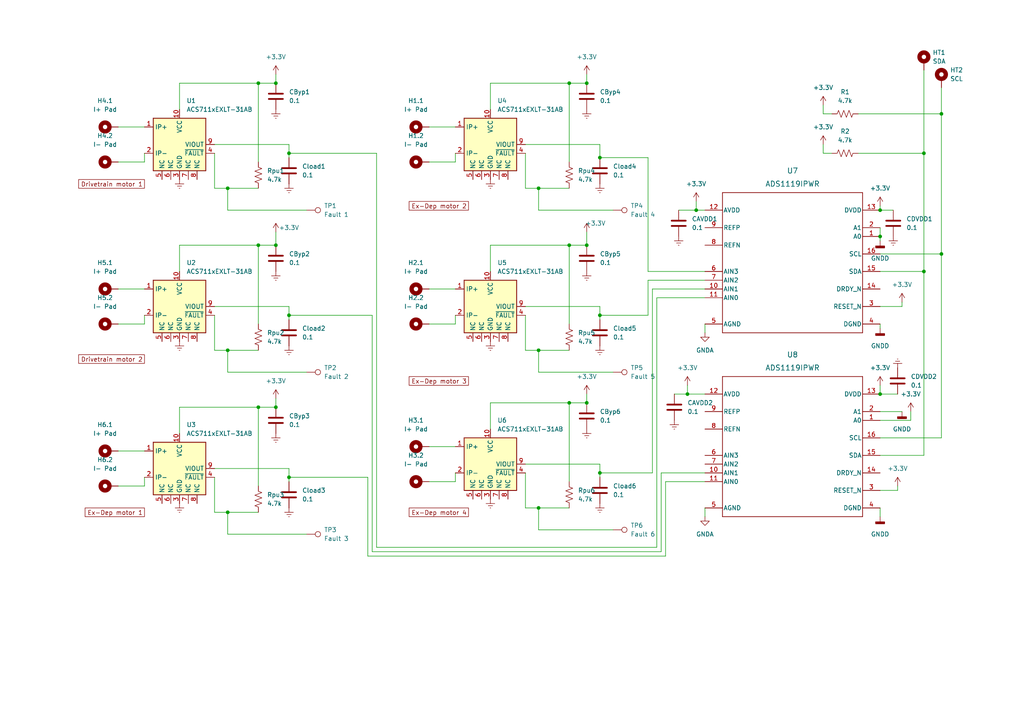
<source format=kicad_sch>
(kicad_sch (version 20211123) (generator eeschema)

  (uuid 2c607ed2-2c94-4c7a-b3fd-ab65c2c4d390)

  (paper "A4")

  (lib_symbols
    (symbol "2023-10-21_17-11-10:ADS1119IPWR" (pin_names (offset 0.254)) (in_bom yes) (on_board yes)
      (property "Reference" "U" (id 0) (at 0 2.54 0)
        (effects (font (size 1.524 1.524)))
      )
      (property "Value" "ADS1119IPWR" (id 1) (at 0 0 0)
        (effects (font (size 1.524 1.524)))
      )
      (property "Footprint" "PW0016A_N" (id 2) (at 0 0 0)
        (effects (font (size 1.27 1.27) italic) hide)
      )
      (property "Datasheet" "ADS1119IPWR" (id 3) (at 0 0 0)
        (effects (font (size 1.27 1.27) italic) hide)
      )
      (property "ki_locked" "" (id 4) (at 0 0 0)
        (effects (font (size 1.27 1.27)))
      )
      (property "ki_keywords" "ADS1119IPWR" (id 5) (at 0 0 0)
        (effects (font (size 1.27 1.27)) hide)
      )
      (property "ki_fp_filters" "PW0016A_N PW0016A_M PW0016A_L" (id 6) (at 0 0 0)
        (effects (font (size 1.27 1.27)) hide)
      )
      (symbol "ADS1119IPWR_0_1"
        (polyline
          (pts
            (xy -20.32 -20.32)
            (xy 20.32 -20.32)
          )
          (stroke (width 0.2032) (type default) (color 0 0 0 0))
          (fill (type none))
        )
        (polyline
          (pts
            (xy -20.32 20.32)
            (xy -20.32 -20.32)
          )
          (stroke (width 0.2032) (type default) (color 0 0 0 0))
          (fill (type none))
        )
        (polyline
          (pts
            (xy 20.32 -20.32)
            (xy 20.32 20.32)
          )
          (stroke (width 0.2032) (type default) (color 0 0 0 0))
          (fill (type none))
        )
        (polyline
          (pts
            (xy 20.32 20.32)
            (xy -20.32 20.32)
          )
          (stroke (width 0.2032) (type default) (color 0 0 0 0))
          (fill (type none))
        )
        (pin input line (at 25.4 7.62 180) (length 5.08)
          (name "A0" (effects (font (size 1.27 1.27))))
          (number "1" (effects (font (size 1.27 1.27))))
        )
        (pin input line (at -25.4 -7.62 0) (length 5.08)
          (name "AIN1" (effects (font (size 1.27 1.27))))
          (number "10" (effects (font (size 1.27 1.27))))
        )
        (pin input line (at -25.4 -10.16 0) (length 5.08)
          (name "AIN0" (effects (font (size 1.27 1.27))))
          (number "11" (effects (font (size 1.27 1.27))))
        )
        (pin power_in line (at -25.4 15.24 0) (length 5.08)
          (name "AVDD" (effects (font (size 1.27 1.27))))
          (number "12" (effects (font (size 1.27 1.27))))
        )
        (pin power_in line (at 25.4 15.24 180) (length 5.08)
          (name "DVDD" (effects (font (size 1.27 1.27))))
          (number "13" (effects (font (size 1.27 1.27))))
        )
        (pin output line (at 25.4 -7.62 180) (length 5.08)
          (name "DRDY_N" (effects (font (size 1.27 1.27))))
          (number "14" (effects (font (size 1.27 1.27))))
        )
        (pin bidirectional line (at 25.4 -2.54 180) (length 5.08)
          (name "SDA" (effects (font (size 1.27 1.27))))
          (number "15" (effects (font (size 1.27 1.27))))
        )
        (pin input line (at 25.4 2.54 180) (length 5.08)
          (name "SCL" (effects (font (size 1.27 1.27))))
          (number "16" (effects (font (size 1.27 1.27))))
        )
        (pin input line (at 25.4 10.16 180) (length 5.08)
          (name "A1" (effects (font (size 1.27 1.27))))
          (number "2" (effects (font (size 1.27 1.27))))
        )
        (pin input line (at 25.4 -12.7 180) (length 5.08)
          (name "RESET_N" (effects (font (size 1.27 1.27))))
          (number "3" (effects (font (size 1.27 1.27))))
        )
        (pin power_in line (at 25.4 -17.78 180) (length 5.08)
          (name "DGND" (effects (font (size 1.27 1.27))))
          (number "4" (effects (font (size 1.27 1.27))))
        )
        (pin power_in line (at -25.4 -17.78 0) (length 5.08)
          (name "AGND" (effects (font (size 1.27 1.27))))
          (number "5" (effects (font (size 1.27 1.27))))
        )
        (pin input line (at -25.4 -2.54 0) (length 5.08)
          (name "AIN3" (effects (font (size 1.27 1.27))))
          (number "6" (effects (font (size 1.27 1.27))))
        )
        (pin input line (at -25.4 -5.08 0) (length 5.08)
          (name "AIN2" (effects (font (size 1.27 1.27))))
          (number "7" (effects (font (size 1.27 1.27))))
        )
        (pin input line (at -25.4 5.08 0) (length 5.08)
          (name "REFN" (effects (font (size 1.27 1.27))))
          (number "8" (effects (font (size 1.27 1.27))))
        )
        (pin input line (at -25.4 10.16 0) (length 5.08)
          (name "REFP" (effects (font (size 1.27 1.27))))
          (number "9" (effects (font (size 1.27 1.27))))
        )
      )
    )
    (symbol "Connector:TestPoint" (pin_numbers hide) (pin_names (offset 0.762) hide) (in_bom yes) (on_board yes)
      (property "Reference" "TP" (id 0) (at 0 6.858 0)
        (effects (font (size 1.27 1.27)))
      )
      (property "Value" "TestPoint" (id 1) (at 0 5.08 0)
        (effects (font (size 1.27 1.27)))
      )
      (property "Footprint" "" (id 2) (at 5.08 0 0)
        (effects (font (size 1.27 1.27)) hide)
      )
      (property "Datasheet" "~" (id 3) (at 5.08 0 0)
        (effects (font (size 1.27 1.27)) hide)
      )
      (property "ki_keywords" "test point tp" (id 4) (at 0 0 0)
        (effects (font (size 1.27 1.27)) hide)
      )
      (property "ki_description" "test point" (id 5) (at 0 0 0)
        (effects (font (size 1.27 1.27)) hide)
      )
      (property "ki_fp_filters" "Pin* Test*" (id 6) (at 0 0 0)
        (effects (font (size 1.27 1.27)) hide)
      )
      (symbol "TestPoint_0_1"
        (circle (center 0 3.302) (radius 0.762)
          (stroke (width 0) (type default) (color 0 0 0 0))
          (fill (type none))
        )
      )
      (symbol "TestPoint_1_1"
        (pin passive line (at 0 0 90) (length 2.54)
          (name "1" (effects (font (size 1.27 1.27))))
          (number "1" (effects (font (size 1.27 1.27))))
        )
      )
    )
    (symbol "Device:C" (pin_numbers hide) (pin_names (offset 0.254)) (in_bom yes) (on_board yes)
      (property "Reference" "C" (id 0) (at 0.635 2.54 0)
        (effects (font (size 1.27 1.27)) (justify left))
      )
      (property "Value" "C" (id 1) (at 0.635 -2.54 0)
        (effects (font (size 1.27 1.27)) (justify left))
      )
      (property "Footprint" "" (id 2) (at 0.9652 -3.81 0)
        (effects (font (size 1.27 1.27)) hide)
      )
      (property "Datasheet" "~" (id 3) (at 0 0 0)
        (effects (font (size 1.27 1.27)) hide)
      )
      (property "ki_keywords" "cap capacitor" (id 4) (at 0 0 0)
        (effects (font (size 1.27 1.27)) hide)
      )
      (property "ki_description" "Unpolarized capacitor" (id 5) (at 0 0 0)
        (effects (font (size 1.27 1.27)) hide)
      )
      (property "ki_fp_filters" "C_*" (id 6) (at 0 0 0)
        (effects (font (size 1.27 1.27)) hide)
      )
      (symbol "C_0_1"
        (polyline
          (pts
            (xy -2.032 -0.762)
            (xy 2.032 -0.762)
          )
          (stroke (width 0.508) (type default) (color 0 0 0 0))
          (fill (type none))
        )
        (polyline
          (pts
            (xy -2.032 0.762)
            (xy 2.032 0.762)
          )
          (stroke (width 0.508) (type default) (color 0 0 0 0))
          (fill (type none))
        )
      )
      (symbol "C_1_1"
        (pin passive line (at 0 3.81 270) (length 2.794)
          (name "~" (effects (font (size 1.27 1.27))))
          (number "1" (effects (font (size 1.27 1.27))))
        )
        (pin passive line (at 0 -3.81 90) (length 2.794)
          (name "~" (effects (font (size 1.27 1.27))))
          (number "2" (effects (font (size 1.27 1.27))))
        )
      )
    )
    (symbol "Device:R_US" (pin_numbers hide) (pin_names (offset 0)) (in_bom yes) (on_board yes)
      (property "Reference" "R" (id 0) (at 2.54 0 90)
        (effects (font (size 1.27 1.27)))
      )
      (property "Value" "R_US" (id 1) (at -2.54 0 90)
        (effects (font (size 1.27 1.27)))
      )
      (property "Footprint" "" (id 2) (at 1.016 -0.254 90)
        (effects (font (size 1.27 1.27)) hide)
      )
      (property "Datasheet" "~" (id 3) (at 0 0 0)
        (effects (font (size 1.27 1.27)) hide)
      )
      (property "ki_keywords" "R res resistor" (id 4) (at 0 0 0)
        (effects (font (size 1.27 1.27)) hide)
      )
      (property "ki_description" "Resistor, US symbol" (id 5) (at 0 0 0)
        (effects (font (size 1.27 1.27)) hide)
      )
      (property "ki_fp_filters" "R_*" (id 6) (at 0 0 0)
        (effects (font (size 1.27 1.27)) hide)
      )
      (symbol "R_US_0_1"
        (polyline
          (pts
            (xy 0 -2.286)
            (xy 0 -2.54)
          )
          (stroke (width 0) (type default) (color 0 0 0 0))
          (fill (type none))
        )
        (polyline
          (pts
            (xy 0 2.286)
            (xy 0 2.54)
          )
          (stroke (width 0) (type default) (color 0 0 0 0))
          (fill (type none))
        )
        (polyline
          (pts
            (xy 0 -0.762)
            (xy 1.016 -1.143)
            (xy 0 -1.524)
            (xy -1.016 -1.905)
            (xy 0 -2.286)
          )
          (stroke (width 0) (type default) (color 0 0 0 0))
          (fill (type none))
        )
        (polyline
          (pts
            (xy 0 0.762)
            (xy 1.016 0.381)
            (xy 0 0)
            (xy -1.016 -0.381)
            (xy 0 -0.762)
          )
          (stroke (width 0) (type default) (color 0 0 0 0))
          (fill (type none))
        )
        (polyline
          (pts
            (xy 0 2.286)
            (xy 1.016 1.905)
            (xy 0 1.524)
            (xy -1.016 1.143)
            (xy 0 0.762)
          )
          (stroke (width 0) (type default) (color 0 0 0 0))
          (fill (type none))
        )
      )
      (symbol "R_US_1_1"
        (pin passive line (at 0 3.81 270) (length 1.27)
          (name "~" (effects (font (size 1.27 1.27))))
          (number "1" (effects (font (size 1.27 1.27))))
        )
        (pin passive line (at 0 -3.81 90) (length 1.27)
          (name "~" (effects (font (size 1.27 1.27))))
          (number "2" (effects (font (size 1.27 1.27))))
        )
      )
    )
    (symbol "Mechanical:MountingHole_Pad" (pin_numbers hide) (pin_names (offset 1.016) hide) (in_bom yes) (on_board yes)
      (property "Reference" "H" (id 0) (at 0 6.35 0)
        (effects (font (size 1.27 1.27)))
      )
      (property "Value" "MountingHole_Pad" (id 1) (at 0 4.445 0)
        (effects (font (size 1.27 1.27)))
      )
      (property "Footprint" "" (id 2) (at 0 0 0)
        (effects (font (size 1.27 1.27)) hide)
      )
      (property "Datasheet" "~" (id 3) (at 0 0 0)
        (effects (font (size 1.27 1.27)) hide)
      )
      (property "ki_keywords" "mounting hole" (id 4) (at 0 0 0)
        (effects (font (size 1.27 1.27)) hide)
      )
      (property "ki_description" "Mounting Hole with connection" (id 5) (at 0 0 0)
        (effects (font (size 1.27 1.27)) hide)
      )
      (property "ki_fp_filters" "MountingHole*Pad*" (id 6) (at 0 0 0)
        (effects (font (size 1.27 1.27)) hide)
      )
      (symbol "MountingHole_Pad_0_1"
        (circle (center 0 1.27) (radius 1.27)
          (stroke (width 1.27) (type default) (color 0 0 0 0))
          (fill (type none))
        )
      )
      (symbol "MountingHole_Pad_1_1"
        (pin input line (at 0 -2.54 90) (length 2.54)
          (name "1" (effects (font (size 1.27 1.27))))
          (number "1" (effects (font (size 1.27 1.27))))
        )
      )
    )
    (symbol "Sensor_Current:ACS711xEXLT-31AB" (in_bom yes) (on_board yes)
      (property "Reference" "U" (id 0) (at 8.89 6.35 0)
        (effects (font (size 1.27 1.27)) (justify left))
      )
      (property "Value" "ACS711xEXLT-31AB" (id 1) (at 8.89 3.81 0)
        (effects (font (size 1.27 1.27)) (justify left))
      )
      (property "Footprint" "Sensor_Current:Allegro_QFN-12-10-1EP_3x3mm_P0.5mm" (id 2) (at 8.89 -1.27 0)
        (effects (font (size 1.27 1.27) italic) (justify left) hide)
      )
      (property "Datasheet" "http://www.allegromicro.com/~/Media/Files/Datasheets/ACS711-Datasheet.ashx" (id 3) (at 0 0 0)
        (effects (font (size 1.27 1.27)) hide)
      )
      (property "ki_keywords" "hall effect current monitor sensor isolated" (id 4) (at 0 0 0)
        (effects (font (size 1.27 1.27)) hide)
      )
      (property "ki_description" "±31A Bidirectional, Hall-Effect Current Sensor, +3.3V supply, 45mV/A, QFN-12" (id 5) (at 0 0 0)
        (effects (font (size 1.27 1.27)) hide)
      )
      (property "ki_fp_filters" "Allegro*QFN*EP*3x3mm*P0.5mm*" (id 6) (at 0 0 0)
        (effects (font (size 1.27 1.27)) hide)
      )
      (symbol "ACS711xEXLT-31AB_0_1"
        (rectangle (start -7.62 7.62) (end 7.62 -7.62)
          (stroke (width 0.254) (type default) (color 0 0 0 0))
          (fill (type background))
        )
      )
      (symbol "ACS711xEXLT-31AB_1_1"
        (pin passive line (at -10.16 5.08 0) (length 2.54)
          (name "IP+" (effects (font (size 1.27 1.27))))
          (number "1" (effects (font (size 1.27 1.27))))
        )
        (pin power_in line (at 0 10.16 270) (length 2.54)
          (name "VCC" (effects (font (size 1.27 1.27))))
          (number "10" (effects (font (size 1.27 1.27))))
        )
        (pin passive line (at -10.16 -2.54 0) (length 2.54)
          (name "IP-" (effects (font (size 1.27 1.27))))
          (number "2" (effects (font (size 1.27 1.27))))
        )
        (pin power_in line (at 0 -10.16 90) (length 2.54)
          (name "GND" (effects (font (size 1.27 1.27))))
          (number "3" (effects (font (size 1.27 1.27))))
        )
        (pin output line (at 10.16 -2.54 180) (length 2.54)
          (name "~{FAULT}" (effects (font (size 1.27 1.27))))
          (number "4" (effects (font (size 1.27 1.27))))
        )
        (pin passive line (at -5.08 -10.16 90) (length 2.54)
          (name "NC" (effects (font (size 1.27 1.27))))
          (number "5" (effects (font (size 1.27 1.27))))
        )
        (pin passive line (at -2.54 -10.16 90) (length 2.54)
          (name "NC" (effects (font (size 1.27 1.27))))
          (number "6" (effects (font (size 1.27 1.27))))
        )
        (pin passive line (at 2.54 -10.16 90) (length 2.54)
          (name "NC" (effects (font (size 1.27 1.27))))
          (number "7" (effects (font (size 1.27 1.27))))
        )
        (pin passive line (at 5.08 -10.16 90) (length 2.54)
          (name "NC" (effects (font (size 1.27 1.27))))
          (number "8" (effects (font (size 1.27 1.27))))
        )
        (pin output line (at 10.16 0 180) (length 2.54)
          (name "VIOUT" (effects (font (size 1.27 1.27))))
          (number "9" (effects (font (size 1.27 1.27))))
        )
      )
    )
    (symbol "power:+3.3V" (power) (pin_names (offset 0)) (in_bom yes) (on_board yes)
      (property "Reference" "#PWR" (id 0) (at 0 -3.81 0)
        (effects (font (size 1.27 1.27)) hide)
      )
      (property "Value" "+3.3V" (id 1) (at 0 3.556 0)
        (effects (font (size 1.27 1.27)))
      )
      (property "Footprint" "" (id 2) (at 0 0 0)
        (effects (font (size 1.27 1.27)) hide)
      )
      (property "Datasheet" "" (id 3) (at 0 0 0)
        (effects (font (size 1.27 1.27)) hide)
      )
      (property "ki_keywords" "power-flag" (id 4) (at 0 0 0)
        (effects (font (size 1.27 1.27)) hide)
      )
      (property "ki_description" "Power symbol creates a global label with name \"+3.3V\"" (id 5) (at 0 0 0)
        (effects (font (size 1.27 1.27)) hide)
      )
      (symbol "+3.3V_0_1"
        (polyline
          (pts
            (xy -0.762 1.27)
            (xy 0 2.54)
          )
          (stroke (width 0) (type default) (color 0 0 0 0))
          (fill (type none))
        )
        (polyline
          (pts
            (xy 0 0)
            (xy 0 2.54)
          )
          (stroke (width 0) (type default) (color 0 0 0 0))
          (fill (type none))
        )
        (polyline
          (pts
            (xy 0 2.54)
            (xy 0.762 1.27)
          )
          (stroke (width 0) (type default) (color 0 0 0 0))
          (fill (type none))
        )
      )
      (symbol "+3.3V_1_1"
        (pin power_in line (at 0 0 90) (length 0) hide
          (name "+3.3V" (effects (font (size 1.27 1.27))))
          (number "1" (effects (font (size 1.27 1.27))))
        )
      )
    )
    (symbol "power:Earth" (power) (pin_names (offset 0)) (in_bom yes) (on_board yes)
      (property "Reference" "#PWR" (id 0) (at 0 -6.35 0)
        (effects (font (size 1.27 1.27)) hide)
      )
      (property "Value" "Earth" (id 1) (at 0 -3.81 0)
        (effects (font (size 1.27 1.27)) hide)
      )
      (property "Footprint" "" (id 2) (at 0 0 0)
        (effects (font (size 1.27 1.27)) hide)
      )
      (property "Datasheet" "~" (id 3) (at 0 0 0)
        (effects (font (size 1.27 1.27)) hide)
      )
      (property "ki_keywords" "power-flag ground gnd" (id 4) (at 0 0 0)
        (effects (font (size 1.27 1.27)) hide)
      )
      (property "ki_description" "Power symbol creates a global label with name \"Earth\"" (id 5) (at 0 0 0)
        (effects (font (size 1.27 1.27)) hide)
      )
      (symbol "Earth_0_1"
        (polyline
          (pts
            (xy -0.635 -1.905)
            (xy 0.635 -1.905)
          )
          (stroke (width 0) (type default) (color 0 0 0 0))
          (fill (type none))
        )
        (polyline
          (pts
            (xy -0.127 -2.54)
            (xy 0.127 -2.54)
          )
          (stroke (width 0) (type default) (color 0 0 0 0))
          (fill (type none))
        )
        (polyline
          (pts
            (xy 0 -1.27)
            (xy 0 0)
          )
          (stroke (width 0) (type default) (color 0 0 0 0))
          (fill (type none))
        )
        (polyline
          (pts
            (xy 1.27 -1.27)
            (xy -1.27 -1.27)
          )
          (stroke (width 0) (type default) (color 0 0 0 0))
          (fill (type none))
        )
      )
      (symbol "Earth_1_1"
        (pin power_in line (at 0 0 270) (length 0) hide
          (name "Earth" (effects (font (size 1.27 1.27))))
          (number "1" (effects (font (size 1.27 1.27))))
        )
      )
    )
    (symbol "power:GNDA" (power) (pin_names (offset 0)) (in_bom yes) (on_board yes)
      (property "Reference" "#PWR" (id 0) (at 0 -6.35 0)
        (effects (font (size 1.27 1.27)) hide)
      )
      (property "Value" "GNDA" (id 1) (at 0 -3.81 0)
        (effects (font (size 1.27 1.27)))
      )
      (property "Footprint" "" (id 2) (at 0 0 0)
        (effects (font (size 1.27 1.27)) hide)
      )
      (property "Datasheet" "" (id 3) (at 0 0 0)
        (effects (font (size 1.27 1.27)) hide)
      )
      (property "ki_keywords" "power-flag" (id 4) (at 0 0 0)
        (effects (font (size 1.27 1.27)) hide)
      )
      (property "ki_description" "Power symbol creates a global label with name \"GNDA\" , analog ground" (id 5) (at 0 0 0)
        (effects (font (size 1.27 1.27)) hide)
      )
      (symbol "GNDA_0_1"
        (polyline
          (pts
            (xy 0 0)
            (xy 0 -1.27)
            (xy 1.27 -1.27)
            (xy 0 -2.54)
            (xy -1.27 -1.27)
            (xy 0 -1.27)
          )
          (stroke (width 0) (type default) (color 0 0 0 0))
          (fill (type none))
        )
      )
      (symbol "GNDA_1_1"
        (pin power_in line (at 0 0 270) (length 0) hide
          (name "GNDA" (effects (font (size 1.27 1.27))))
          (number "1" (effects (font (size 1.27 1.27))))
        )
      )
    )
    (symbol "power:GNDD" (power) (pin_names (offset 0)) (in_bom yes) (on_board yes)
      (property "Reference" "#PWR" (id 0) (at 0 -6.35 0)
        (effects (font (size 1.27 1.27)) hide)
      )
      (property "Value" "GNDD" (id 1) (at 0 -3.175 0)
        (effects (font (size 1.27 1.27)))
      )
      (property "Footprint" "" (id 2) (at 0 0 0)
        (effects (font (size 1.27 1.27)) hide)
      )
      (property "Datasheet" "" (id 3) (at 0 0 0)
        (effects (font (size 1.27 1.27)) hide)
      )
      (property "ki_keywords" "power-flag" (id 4) (at 0 0 0)
        (effects (font (size 1.27 1.27)) hide)
      )
      (property "ki_description" "Power symbol creates a global label with name \"GNDD\" , digital ground" (id 5) (at 0 0 0)
        (effects (font (size 1.27 1.27)) hide)
      )
      (symbol "GNDD_0_1"
        (rectangle (start -1.27 -1.524) (end 1.27 -2.032)
          (stroke (width 0.254) (type default) (color 0 0 0 0))
          (fill (type outline))
        )
        (polyline
          (pts
            (xy 0 0)
            (xy 0 -1.524)
          )
          (stroke (width 0) (type default) (color 0 0 0 0))
          (fill (type none))
        )
      )
      (symbol "GNDD_1_1"
        (pin power_in line (at 0 0 270) (length 0) hide
          (name "GNDD" (effects (font (size 1.27 1.27))))
          (number "1" (effects (font (size 1.27 1.27))))
        )
      )
    )
  )

  (junction (at 201.93 60.96) (diameter 0) (color 0 0 0 0)
    (uuid 011d29b4-3005-4639-8157-ee0d0eed0535)
  )
  (junction (at 267.97 44.45) (diameter 0) (color 0 0 0 0)
    (uuid 0de63706-4d6f-404a-b71c-ff3dca4bbf0a)
  )
  (junction (at 273.05 33.02) (diameter 0) (color 0 0 0 0)
    (uuid 28ad2a28-aa2b-4799-8fd7-e36be506075a)
  )
  (junction (at 80.01 118.11) (diameter 0) (color 0 0 0 0)
    (uuid 2efb4ee4-f5db-493b-b2a2-6c4e6c869b71)
  )
  (junction (at 156.21 54.61) (diameter 0) (color 0 0 0 0)
    (uuid 2f4ea655-7fc9-4333-9156-38a12424128e)
  )
  (junction (at 165.1 24.13) (diameter 0) (color 0 0 0 0)
    (uuid 30e397e1-e045-4b73-8846-c134c5a2a705)
  )
  (junction (at 83.82 91.44) (diameter 0) (color 0 0 0 0)
    (uuid 358bfc38-39de-4d45-ab1b-c47783522888)
  )
  (junction (at 83.82 44.45) (diameter 0) (color 0 0 0 0)
    (uuid 3ff52d75-ce53-446b-bc89-87f90cc30831)
  )
  (junction (at 66.04 101.6) (diameter 0) (color 0 0 0 0)
    (uuid 41089559-c0a9-49fb-9e33-0369ed21fb63)
  )
  (junction (at 74.93 71.12) (diameter 0) (color 0 0 0 0)
    (uuid 45c2c14f-56d9-4213-837b-f092a1ff032b)
  )
  (junction (at 173.99 45.72) (diameter 0) (color 0 0 0 0)
    (uuid 4717a412-95ad-428a-a1dc-08701512b2c7)
  )
  (junction (at 165.1 116.84) (diameter 0) (color 0 0 0 0)
    (uuid 5eceb16b-61e0-4c92-b2ae-55ee399c1112)
  )
  (junction (at 165.1 71.12) (diameter 0) (color 0 0 0 0)
    (uuid 646f7b02-873c-4eae-aced-5e361c24e0af)
  )
  (junction (at 273.05 73.66) (diameter 0) (color 0 0 0 0)
    (uuid 66ad7d70-fd60-40b4-b6e4-db7bfbed99c3)
  )
  (junction (at 255.27 60.96) (diameter 0) (color 0 0 0 0)
    (uuid 74601d8c-4ffc-49ce-8521-bfe97115447b)
  )
  (junction (at 267.97 78.74) (diameter 0) (color 0 0 0 0)
    (uuid 7acce879-66d4-4d9a-ace7-8cab9e7a4273)
  )
  (junction (at 173.99 137.16) (diameter 0) (color 0 0 0 0)
    (uuid 7b82f65a-fa0b-419c-86dd-8a4bda2aa503)
  )
  (junction (at 83.82 138.43) (diameter 0) (color 0 0 0 0)
    (uuid 7c233ed7-7fd1-46f2-aec1-5019adb610b6)
  )
  (junction (at 199.39 114.3) (diameter 0) (color 0 0 0 0)
    (uuid 879c4398-7a3d-4fa6-be01-6ec3e88f39ff)
  )
  (junction (at 173.99 91.44) (diameter 0) (color 0 0 0 0)
    (uuid 8fd70524-1590-4459-8967-75dcf25faf1e)
  )
  (junction (at 170.18 116.84) (diameter 0) (color 0 0 0 0)
    (uuid 9864a7c9-3f8b-4f88-810d-55e7a7aaebfc)
  )
  (junction (at 74.93 24.13) (diameter 0) (color 0 0 0 0)
    (uuid 9e03305f-8314-49d6-ba8c-584e29380cef)
  )
  (junction (at 255.27 68.58) (diameter 0) (color 0 0 0 0)
    (uuid a5a880aa-67c0-41b2-a57c-6a6eff4f15ec)
  )
  (junction (at 255.27 114.3) (diameter 0) (color 0 0 0 0)
    (uuid ad023e61-652d-4446-aaac-514c34d5c05d)
  )
  (junction (at 170.18 71.12) (diameter 0) (color 0 0 0 0)
    (uuid b4fbd6d8-48b8-4f88-9db2-e9c117595699)
  )
  (junction (at 80.01 24.13) (diameter 0) (color 0 0 0 0)
    (uuid bf177833-789b-465a-a1fe-92c8baaf9298)
  )
  (junction (at 66.04 148.59) (diameter 0) (color 0 0 0 0)
    (uuid bf91bb82-dd40-496b-a672-8ed58b842e95)
  )
  (junction (at 74.93 118.11) (diameter 0) (color 0 0 0 0)
    (uuid c6651f66-8a9f-4417-bdaf-9fe3e7a703b4)
  )
  (junction (at 170.18 24.13) (diameter 0) (color 0 0 0 0)
    (uuid d0c2bc9f-0046-4429-8b29-fb525fe9eab3)
  )
  (junction (at 80.01 71.12) (diameter 0) (color 0 0 0 0)
    (uuid d354452b-e012-483e-bf34-8d5b62e395e5)
  )
  (junction (at 156.21 147.32) (diameter 0) (color 0 0 0 0)
    (uuid dab35660-810b-400f-9b40-afc608ec5008)
  )
  (junction (at 66.04 54.61) (diameter 0) (color 0 0 0 0)
    (uuid ebe7b3f2-8b04-41b4-b92d-825bc839f731)
  )
  (junction (at 156.21 101.6) (diameter 0) (color 0 0 0 0)
    (uuid f43762c9-422f-40ef-b8f3-6f015a310379)
  )

  (wire (pts (xy 238.76 41.91) (xy 238.76 44.45))
    (stroke (width 0) (type default) (color 0 0 0 0))
    (uuid 012a58f2-5696-42ea-a46b-c83ce6ec897d)
  )
  (wire (pts (xy 52.07 71.12) (xy 74.93 71.12))
    (stroke (width 0) (type default) (color 0 0 0 0))
    (uuid 04eb2801-6555-4fdd-921e-df1047c2f616)
  )
  (wire (pts (xy 74.93 71.12) (xy 74.93 93.98))
    (stroke (width 0) (type default) (color 0 0 0 0))
    (uuid 054db391-745c-49a0-9b6c-cc3b5bd08a51)
  )
  (wire (pts (xy 255.27 114.3) (xy 260.35 114.3))
    (stroke (width 0) (type default) (color 0 0 0 0))
    (uuid 0604afa9-8dad-4dcb-bd0d-36751f1354b7)
  )
  (wire (pts (xy 152.4 44.45) (xy 152.4 54.61))
    (stroke (width 0) (type default) (color 0 0 0 0))
    (uuid 081ea0d4-45be-4fc4-acc2-e0e3d7037f3f)
  )
  (wire (pts (xy 66.04 154.94) (xy 88.9 154.94))
    (stroke (width 0) (type default) (color 0 0 0 0))
    (uuid 091b77fc-e68b-431a-a7b5-89013ae7ab74)
  )
  (wire (pts (xy 255.27 147.32) (xy 255.27 149.86))
    (stroke (width 0) (type default) (color 0 0 0 0))
    (uuid 098ecf17-50dd-4ca7-a76d-3a254be163bc)
  )
  (wire (pts (xy 52.07 118.11) (xy 74.93 118.11))
    (stroke (width 0) (type default) (color 0 0 0 0))
    (uuid 09d7843e-49a1-4c91-8ccd-eb0340f71f54)
  )
  (wire (pts (xy 170.18 67.31) (xy 170.18 71.12))
    (stroke (width 0) (type default) (color 0 0 0 0))
    (uuid 0ec4005d-5722-456e-a12f-503fa5dd1f94)
  )
  (wire (pts (xy 83.82 44.45) (xy 109.22 44.45))
    (stroke (width 0) (type default) (color 0 0 0 0))
    (uuid 0fde6b49-8790-49ab-9f80-d1a98c316e24)
  )
  (wire (pts (xy 106.68 161.29) (xy 193.04 161.29))
    (stroke (width 0) (type default) (color 0 0 0 0))
    (uuid 10daba1a-0b4b-4f93-b3c6-6eb5e4571e02)
  )
  (wire (pts (xy 173.99 134.62) (xy 173.99 137.16))
    (stroke (width 0) (type default) (color 0 0 0 0))
    (uuid 1278519f-e351-4037-9e76-985c745750c4)
  )
  (wire (pts (xy 260.35 142.24) (xy 260.35 140.97))
    (stroke (width 0) (type default) (color 0 0 0 0))
    (uuid 13b5639b-cb8d-4ffc-8225-8bab94809fee)
  )
  (wire (pts (xy 273.05 127) (xy 273.05 73.66))
    (stroke (width 0) (type default) (color 0 0 0 0))
    (uuid 17eb96da-04e2-4c77-bd1b-8f0a881b0716)
  )
  (wire (pts (xy 273.05 73.66) (xy 273.05 33.02))
    (stroke (width 0) (type default) (color 0 0 0 0))
    (uuid 19751df3-f467-4b37-8715-bb55b9635649)
  )
  (wire (pts (xy 124.46 83.82) (xy 132.08 83.82))
    (stroke (width 0) (type default) (color 0 0 0 0))
    (uuid 1a71f13b-ed2d-482b-a293-5999ed12e0ed)
  )
  (wire (pts (xy 170.18 114.3) (xy 170.18 116.84))
    (stroke (width 0) (type default) (color 0 0 0 0))
    (uuid 1ce32257-bbb2-4e8b-9a02-37f6ebda09df)
  )
  (wire (pts (xy 173.99 137.16) (xy 189.23 137.16))
    (stroke (width 0) (type default) (color 0 0 0 0))
    (uuid 2598fe5d-33a9-4706-97c3-347a6a9ce6da)
  )
  (wire (pts (xy 34.29 36.83) (xy 41.91 36.83))
    (stroke (width 0) (type default) (color 0 0 0 0))
    (uuid 26921152-4180-4c0c-bc67-dea3ec5f2325)
  )
  (wire (pts (xy 62.23 101.6) (xy 66.04 101.6))
    (stroke (width 0) (type default) (color 0 0 0 0))
    (uuid 2df07a4c-85ab-4a63-b48d-eccebaa001b8)
  )
  (wire (pts (xy 66.04 60.96) (xy 88.9 60.96))
    (stroke (width 0) (type default) (color 0 0 0 0))
    (uuid 2e6d6583-b4f5-48c4-88c9-5b0826cd08e0)
  )
  (wire (pts (xy 187.96 78.74) (xy 204.47 78.74))
    (stroke (width 0) (type default) (color 0 0 0 0))
    (uuid 313ea32c-6b82-4bb3-81a8-d3ebd51f4d53)
  )
  (wire (pts (xy 83.82 138.43) (xy 83.82 139.7))
    (stroke (width 0) (type default) (color 0 0 0 0))
    (uuid 31b5f88c-e49b-46f5-b6e3-24f6055dc585)
  )
  (wire (pts (xy 261.62 88.9) (xy 261.62 87.63))
    (stroke (width 0) (type default) (color 0 0 0 0))
    (uuid 33811aaf-35ec-4cf9-9fb6-281e2dc9000c)
  )
  (wire (pts (xy 201.93 58.42) (xy 201.93 60.96))
    (stroke (width 0) (type default) (color 0 0 0 0))
    (uuid 34008aeb-dd28-498c-9a1d-7d3e06a6e788)
  )
  (wire (pts (xy 62.23 88.9) (xy 83.82 88.9))
    (stroke (width 0) (type default) (color 0 0 0 0))
    (uuid 3441a8a9-b6e4-4736-816c-926b84e8677d)
  )
  (wire (pts (xy 124.46 36.83) (xy 132.08 36.83))
    (stroke (width 0) (type default) (color 0 0 0 0))
    (uuid 352499c0-4199-4be9-8b12-3c31e5decb96)
  )
  (wire (pts (xy 109.22 158.75) (xy 190.5 158.75))
    (stroke (width 0) (type default) (color 0 0 0 0))
    (uuid 35662fca-69f3-4e40-8bb2-c3ac312cf63f)
  )
  (wire (pts (xy 156.21 54.61) (xy 165.1 54.61))
    (stroke (width 0) (type default) (color 0 0 0 0))
    (uuid 370c9d4e-95d0-402f-a605-db03be19c889)
  )
  (wire (pts (xy 204.47 93.98) (xy 204.47 96.52))
    (stroke (width 0) (type default) (color 0 0 0 0))
    (uuid 3904607f-a227-45cf-a457-4b67701561d9)
  )
  (wire (pts (xy 83.82 135.89) (xy 83.82 138.43))
    (stroke (width 0) (type default) (color 0 0 0 0))
    (uuid 39159848-343c-47c7-bbd8-447cc01af859)
  )
  (wire (pts (xy 106.68 138.43) (xy 106.68 161.29))
    (stroke (width 0) (type default) (color 0 0 0 0))
    (uuid 39612836-47be-403f-b59d-dca3f32cc860)
  )
  (wire (pts (xy 52.07 125.73) (xy 52.07 118.11))
    (stroke (width 0) (type default) (color 0 0 0 0))
    (uuid 39deced0-5ea3-4a72-8b8d-65c20aa44018)
  )
  (wire (pts (xy 34.29 46.99) (xy 41.91 46.99))
    (stroke (width 0) (type default) (color 0 0 0 0))
    (uuid 3b6b33c3-0a33-4107-9730-34c71623bc10)
  )
  (wire (pts (xy 52.07 24.13) (xy 74.93 24.13))
    (stroke (width 0) (type default) (color 0 0 0 0))
    (uuid 3b8c3e21-5498-4290-9c24-562fd527eb2e)
  )
  (wire (pts (xy 66.04 148.59) (xy 74.93 148.59))
    (stroke (width 0) (type default) (color 0 0 0 0))
    (uuid 3f7c909b-dabc-4150-a23b-0566dd957b94)
  )
  (wire (pts (xy 83.82 88.9) (xy 83.82 91.44))
    (stroke (width 0) (type default) (color 0 0 0 0))
    (uuid 4452693e-ccd4-4cf2-a6da-fe9e2e6d2edb)
  )
  (wire (pts (xy 255.27 93.98) (xy 255.27 95.25))
    (stroke (width 0) (type default) (color 0 0 0 0))
    (uuid 45aee4c8-7568-4863-987e-c0d439ab8f59)
  )
  (wire (pts (xy 248.92 33.02) (xy 273.05 33.02))
    (stroke (width 0) (type default) (color 0 0 0 0))
    (uuid 47bb1880-c4e8-41dd-acb7-1dda8a94a78f)
  )
  (wire (pts (xy 191.77 160.02) (xy 191.77 137.16))
    (stroke (width 0) (type default) (color 0 0 0 0))
    (uuid 47d14441-45a0-4966-b88c-313670818b93)
  )
  (wire (pts (xy 156.21 153.67) (xy 177.8 153.67))
    (stroke (width 0) (type default) (color 0 0 0 0))
    (uuid 4ae36dd2-3920-4f8e-88e7-7e0b6b9a3cd6)
  )
  (wire (pts (xy 52.07 78.74) (xy 52.07 71.12))
    (stroke (width 0) (type default) (color 0 0 0 0))
    (uuid 4f0208c9-04a1-4747-8410-3185aed0547b)
  )
  (wire (pts (xy 62.23 54.61) (xy 66.04 54.61))
    (stroke (width 0) (type default) (color 0 0 0 0))
    (uuid 52d89eed-d25e-4371-b3ad-f55a74debbc4)
  )
  (wire (pts (xy 152.4 147.32) (xy 156.21 147.32))
    (stroke (width 0) (type default) (color 0 0 0 0))
    (uuid 53c8431a-538c-4291-acfb-4de3e2c84246)
  )
  (wire (pts (xy 255.27 73.66) (xy 273.05 73.66))
    (stroke (width 0) (type default) (color 0 0 0 0))
    (uuid 5589260d-7b1e-4025-98d3-f84cf02dc2b0)
  )
  (wire (pts (xy 255.27 88.9) (xy 261.62 88.9))
    (stroke (width 0) (type default) (color 0 0 0 0))
    (uuid 57a3c6be-96fc-4cf4-a7e3-409f44923045)
  )
  (wire (pts (xy 187.96 91.44) (xy 187.96 81.28))
    (stroke (width 0) (type default) (color 0 0 0 0))
    (uuid 5b3a42ed-2eb6-4785-9f7d-077ec97bce53)
  )
  (wire (pts (xy 238.76 33.02) (xy 238.76 30.48))
    (stroke (width 0) (type default) (color 0 0 0 0))
    (uuid 5eaa5ae0-6798-4fb3-a3e2-75eb04f78cdb)
  )
  (wire (pts (xy 195.58 114.3) (xy 199.39 114.3))
    (stroke (width 0) (type default) (color 0 0 0 0))
    (uuid 6039f588-2e44-474c-9482-6b582eac7cc7)
  )
  (wire (pts (xy 152.4 88.9) (xy 173.99 88.9))
    (stroke (width 0) (type default) (color 0 0 0 0))
    (uuid 60fdc820-5a32-4be4-9e63-b14dfb2c26d0)
  )
  (wire (pts (xy 74.93 24.13) (xy 80.01 24.13))
    (stroke (width 0) (type default) (color 0 0 0 0))
    (uuid 61a38ff7-4597-41e9-84f6-4ee214afcf7b)
  )
  (wire (pts (xy 165.1 71.12) (xy 165.1 93.98))
    (stroke (width 0) (type default) (color 0 0 0 0))
    (uuid 64427a4f-54ff-431c-84e8-a398238b18fa)
  )
  (wire (pts (xy 255.27 68.58) (xy 255.27 69.85))
    (stroke (width 0) (type default) (color 0 0 0 0))
    (uuid 65fa873e-b6a4-46d9-93b8-31f2e7f73169)
  )
  (wire (pts (xy 83.82 41.91) (xy 83.82 44.45))
    (stroke (width 0) (type default) (color 0 0 0 0))
    (uuid 662b0f01-7654-4444-9e13-174b02b821c8)
  )
  (wire (pts (xy 173.99 88.9) (xy 173.99 91.44))
    (stroke (width 0) (type default) (color 0 0 0 0))
    (uuid 676015a2-fadb-4696-89b4-f6b84cfeb775)
  )
  (wire (pts (xy 156.21 101.6) (xy 156.21 107.95))
    (stroke (width 0) (type default) (color 0 0 0 0))
    (uuid 68cd49ec-2d1f-4fe0-a802-52475dcb32c2)
  )
  (wire (pts (xy 52.07 31.75) (xy 52.07 24.13))
    (stroke (width 0) (type default) (color 0 0 0 0))
    (uuid 6a1407e3-fbf6-4817-8e56-69acbae628bb)
  )
  (wire (pts (xy 142.24 71.12) (xy 165.1 71.12))
    (stroke (width 0) (type default) (color 0 0 0 0))
    (uuid 6b5804ac-c967-4f7b-853d-0dcad8204b72)
  )
  (wire (pts (xy 173.99 91.44) (xy 187.96 91.44))
    (stroke (width 0) (type default) (color 0 0 0 0))
    (uuid 6c1e7b3a-6549-42c7-a704-458423b4a816)
  )
  (wire (pts (xy 152.4 91.44) (xy 152.4 101.6))
    (stroke (width 0) (type default) (color 0 0 0 0))
    (uuid 6c9dacce-112c-455f-a4e4-a4f4edb468e4)
  )
  (wire (pts (xy 74.93 71.12) (xy 80.01 71.12))
    (stroke (width 0) (type default) (color 0 0 0 0))
    (uuid 6d3998dd-ac3e-43d6-98e1-c9c84b7f32a7)
  )
  (wire (pts (xy 156.21 147.32) (xy 165.1 147.32))
    (stroke (width 0) (type default) (color 0 0 0 0))
    (uuid 6f47aba2-e2eb-4b63-9b3c-8dd0ee459d89)
  )
  (wire (pts (xy 62.23 44.45) (xy 62.23 54.61))
    (stroke (width 0) (type default) (color 0 0 0 0))
    (uuid 6fd7b1ad-ff8b-46ec-a2ea-dca5d7ad6d0d)
  )
  (wire (pts (xy 170.18 21.59) (xy 170.18 24.13))
    (stroke (width 0) (type default) (color 0 0 0 0))
    (uuid 6ffe01fd-3427-46bc-911a-ed5867ae6942)
  )
  (wire (pts (xy 62.23 138.43) (xy 62.23 148.59))
    (stroke (width 0) (type default) (color 0 0 0 0))
    (uuid 7368329e-72b3-4c2e-9f6a-e373eb66edd5)
  )
  (wire (pts (xy 34.29 93.98) (xy 41.91 93.98))
    (stroke (width 0) (type default) (color 0 0 0 0))
    (uuid 76d5e490-45b4-46fc-bd2d-c5e861c1c52d)
  )
  (wire (pts (xy 152.4 54.61) (xy 156.21 54.61))
    (stroke (width 0) (type default) (color 0 0 0 0))
    (uuid 79d44cfd-257c-4afd-9911-1c1f08ebf129)
  )
  (wire (pts (xy 152.4 41.91) (xy 173.99 41.91))
    (stroke (width 0) (type default) (color 0 0 0 0))
    (uuid 7a149ba5-b2d8-47e9-a281-2683026ec066)
  )
  (wire (pts (xy 189.23 137.16) (xy 189.23 83.82))
    (stroke (width 0) (type default) (color 0 0 0 0))
    (uuid 7ab7126f-3059-4f20-b9a6-7f52698dd476)
  )
  (wire (pts (xy 241.3 33.02) (xy 238.76 33.02))
    (stroke (width 0) (type default) (color 0 0 0 0))
    (uuid 7d3baf0f-2a8b-40af-8ef0-caa8cbdec222)
  )
  (wire (pts (xy 204.47 147.32) (xy 204.47 149.86))
    (stroke (width 0) (type default) (color 0 0 0 0))
    (uuid 7d615d96-8e2a-4dd1-a5ca-2aead7503205)
  )
  (wire (pts (xy 83.82 91.44) (xy 107.95 91.44))
    (stroke (width 0) (type default) (color 0 0 0 0))
    (uuid 7eb424eb-fe44-4cda-8567-f94db3f89ccf)
  )
  (wire (pts (xy 255.27 59.69) (xy 255.27 60.96))
    (stroke (width 0) (type default) (color 0 0 0 0))
    (uuid 7f940534-9f35-41ec-9d4e-5df860c72185)
  )
  (wire (pts (xy 41.91 91.44) (xy 41.91 93.98))
    (stroke (width 0) (type default) (color 0 0 0 0))
    (uuid 81357092-c049-4bc3-9966-239f5b95d8f3)
  )
  (wire (pts (xy 267.97 44.45) (xy 267.97 78.74))
    (stroke (width 0) (type default) (color 0 0 0 0))
    (uuid 81d81399-f098-49fb-9e00-8bedc23c0e8e)
  )
  (wire (pts (xy 132.08 44.45) (xy 132.08 46.99))
    (stroke (width 0) (type default) (color 0 0 0 0))
    (uuid 82192d8c-5821-415f-b99b-d06bf178cc65)
  )
  (wire (pts (xy 165.1 24.13) (xy 170.18 24.13))
    (stroke (width 0) (type default) (color 0 0 0 0))
    (uuid 82a90b25-43c7-47f3-a0ad-376bff9a4dce)
  )
  (wire (pts (xy 66.04 107.95) (xy 88.9 107.95))
    (stroke (width 0) (type default) (color 0 0 0 0))
    (uuid 835b4b3a-5886-444d-8c66-a00a91dc567c)
  )
  (wire (pts (xy 173.99 41.91) (xy 173.99 45.72))
    (stroke (width 0) (type default) (color 0 0 0 0))
    (uuid 83f9356b-c76a-48d4-99fe-0403043bc3cd)
  )
  (wire (pts (xy 255.27 66.04) (xy 255.27 68.58))
    (stroke (width 0) (type default) (color 0 0 0 0))
    (uuid 8a2957a3-4942-427b-b39a-19d79059fd82)
  )
  (wire (pts (xy 255.27 60.96) (xy 259.08 60.96))
    (stroke (width 0) (type default) (color 0 0 0 0))
    (uuid 8a6ac0fd-de43-43bf-9113-13f8524786dc)
  )
  (wire (pts (xy 199.39 111.76) (xy 199.39 114.3))
    (stroke (width 0) (type default) (color 0 0 0 0))
    (uuid 8b77f417-c069-4703-9ab7-4a9bc32623c1)
  )
  (wire (pts (xy 273.05 33.02) (xy 273.05 25.4))
    (stroke (width 0) (type default) (color 0 0 0 0))
    (uuid 8d90f4df-ba8a-4c18-b3aa-7f2037c6f194)
  )
  (wire (pts (xy 156.21 147.32) (xy 156.21 153.67))
    (stroke (width 0) (type default) (color 0 0 0 0))
    (uuid 8e67ee21-a508-46b4-ad1a-d42e58a02e7e)
  )
  (wire (pts (xy 264.16 119.38) (xy 264.16 121.92))
    (stroke (width 0) (type default) (color 0 0 0 0))
    (uuid 90c6d3a8-1477-4bfc-8392-5d2eaa6d1dc9)
  )
  (wire (pts (xy 255.27 121.92) (xy 264.16 121.92))
    (stroke (width 0) (type default) (color 0 0 0 0))
    (uuid 91ada854-bb5b-4c4c-a912-2b5e6f6a0493)
  )
  (wire (pts (xy 142.24 31.75) (xy 142.24 24.13))
    (stroke (width 0) (type default) (color 0 0 0 0))
    (uuid 91e3681a-8503-4400-b487-ceacfd5d3ae5)
  )
  (wire (pts (xy 41.91 138.43) (xy 41.91 140.97))
    (stroke (width 0) (type default) (color 0 0 0 0))
    (uuid 93586619-8bcc-4642-8e8a-2ae491e7b0c1)
  )
  (wire (pts (xy 74.93 118.11) (xy 80.01 118.11))
    (stroke (width 0) (type default) (color 0 0 0 0))
    (uuid 935b6360-526d-403d-918f-774247e086d2)
  )
  (wire (pts (xy 132.08 91.44) (xy 132.08 93.98))
    (stroke (width 0) (type default) (color 0 0 0 0))
    (uuid 94f5804c-b196-45c4-bbad-15c873d8a522)
  )
  (wire (pts (xy 248.92 44.45) (xy 267.97 44.45))
    (stroke (width 0) (type default) (color 0 0 0 0))
    (uuid 95097867-7010-4b58-a42f-cabdbb592584)
  )
  (wire (pts (xy 66.04 54.61) (xy 74.93 54.61))
    (stroke (width 0) (type default) (color 0 0 0 0))
    (uuid 96730271-c25f-45b5-a441-645edd50fddf)
  )
  (wire (pts (xy 156.21 107.95) (xy 177.8 107.95))
    (stroke (width 0) (type default) (color 0 0 0 0))
    (uuid 96fa8e1a-5953-46bc-8728-9ff092f49b7d)
  )
  (wire (pts (xy 193.04 161.29) (xy 193.04 139.7))
    (stroke (width 0) (type default) (color 0 0 0 0))
    (uuid 972e61d5-cff9-4560-b6f0-8536e16bd33f)
  )
  (wire (pts (xy 191.77 137.16) (xy 204.47 137.16))
    (stroke (width 0) (type default) (color 0 0 0 0))
    (uuid 9a62ba99-65cd-4f11-89f7-c440f2fc850f)
  )
  (wire (pts (xy 156.21 54.61) (xy 156.21 60.96))
    (stroke (width 0) (type default) (color 0 0 0 0))
    (uuid 9b179b63-c162-4fda-8627-c4ae67aa1c44)
  )
  (wire (pts (xy 255.27 127) (xy 273.05 127))
    (stroke (width 0) (type default) (color 0 0 0 0))
    (uuid 9ba52f0e-7ae2-4040-98f1-a71c41813027)
  )
  (wire (pts (xy 255.27 132.08) (xy 267.97 132.08))
    (stroke (width 0) (type default) (color 0 0 0 0))
    (uuid 9d6b5bc3-caa3-4cbb-aebe-a000df2cf3fe)
  )
  (wire (pts (xy 165.1 71.12) (xy 170.18 71.12))
    (stroke (width 0) (type default) (color 0 0 0 0))
    (uuid a268db94-fccc-497b-935a-76f63936a2f5)
  )
  (wire (pts (xy 156.21 60.96) (xy 177.8 60.96))
    (stroke (width 0) (type default) (color 0 0 0 0))
    (uuid a34363bb-eecc-45fb-bbc7-534f82d4b58f)
  )
  (wire (pts (xy 255.27 119.38) (xy 261.62 119.38))
    (stroke (width 0) (type default) (color 0 0 0 0))
    (uuid a8cb1862-c3d2-4bb4-bff8-f51325ff3a82)
  )
  (wire (pts (xy 132.08 137.16) (xy 132.08 139.7))
    (stroke (width 0) (type default) (color 0 0 0 0))
    (uuid aaec3c60-cd46-463b-8ad8-ba333959497a)
  )
  (wire (pts (xy 142.24 124.46) (xy 142.24 116.84))
    (stroke (width 0) (type default) (color 0 0 0 0))
    (uuid acc10ade-9268-48aa-bfee-d219c607b055)
  )
  (wire (pts (xy 187.96 45.72) (xy 187.96 78.74))
    (stroke (width 0) (type default) (color 0 0 0 0))
    (uuid adc791b5-c739-4dad-b247-7183fcac4ba1)
  )
  (wire (pts (xy 255.27 142.24) (xy 260.35 142.24))
    (stroke (width 0) (type default) (color 0 0 0 0))
    (uuid add4eeb9-4e8c-4cfc-bff8-5527ddb62f58)
  )
  (wire (pts (xy 142.24 24.13) (xy 165.1 24.13))
    (stroke (width 0) (type default) (color 0 0 0 0))
    (uuid aecf148b-e328-466e-beeb-7c7d369620cb)
  )
  (wire (pts (xy 66.04 54.61) (xy 66.04 60.96))
    (stroke (width 0) (type default) (color 0 0 0 0))
    (uuid b193a490-7afe-49ec-b76b-9c2f7e4ce92d)
  )
  (wire (pts (xy 109.22 158.75) (xy 109.22 44.45))
    (stroke (width 0) (type default) (color 0 0 0 0))
    (uuid b3958965-1bc2-4571-a9a1-935760d2b804)
  )
  (wire (pts (xy 189.23 83.82) (xy 204.47 83.82))
    (stroke (width 0) (type default) (color 0 0 0 0))
    (uuid b46cf7ec-360d-4e86-9d56-054333b9d660)
  )
  (wire (pts (xy 156.21 101.6) (xy 165.1 101.6))
    (stroke (width 0) (type default) (color 0 0 0 0))
    (uuid b668fdc0-e847-4ca9-93d6-a56fec0ed8ad)
  )
  (wire (pts (xy 62.23 41.91) (xy 83.82 41.91))
    (stroke (width 0) (type default) (color 0 0 0 0))
    (uuid b6d4b44c-b040-45ae-8600-48542b86d8b9)
  )
  (wire (pts (xy 124.46 139.7) (xy 132.08 139.7))
    (stroke (width 0) (type default) (color 0 0 0 0))
    (uuid bb837d70-f180-407e-aba9-99923a055eb4)
  )
  (wire (pts (xy 107.95 91.44) (xy 107.95 160.02))
    (stroke (width 0) (type default) (color 0 0 0 0))
    (uuid bc1a053b-5ed3-44fa-9dd3-904d395ed5f4)
  )
  (wire (pts (xy 80.01 67.31) (xy 80.01 71.12))
    (stroke (width 0) (type default) (color 0 0 0 0))
    (uuid bd27fd79-a761-4b9b-8277-091abc2b4943)
  )
  (wire (pts (xy 173.99 137.16) (xy 173.99 138.43))
    (stroke (width 0) (type default) (color 0 0 0 0))
    (uuid be2aeb33-2472-4ee5-8a9d-22cbe6b3024e)
  )
  (wire (pts (xy 201.93 60.96) (xy 204.47 60.96))
    (stroke (width 0) (type default) (color 0 0 0 0))
    (uuid c139045f-0cc4-4da8-b642-4e028e9a79a7)
  )
  (wire (pts (xy 62.23 91.44) (xy 62.23 101.6))
    (stroke (width 0) (type default) (color 0 0 0 0))
    (uuid c22b96a1-bf81-4668-8928-bb4b53e0928a)
  )
  (wire (pts (xy 152.4 101.6) (xy 156.21 101.6))
    (stroke (width 0) (type default) (color 0 0 0 0))
    (uuid c4abead1-48df-4e15-8db3-8d9a614e6cd7)
  )
  (wire (pts (xy 124.46 46.99) (xy 132.08 46.99))
    (stroke (width 0) (type default) (color 0 0 0 0))
    (uuid c4bd356f-d7bd-4fbd-831f-4c613d90e388)
  )
  (wire (pts (xy 165.1 24.13) (xy 165.1 46.99))
    (stroke (width 0) (type default) (color 0 0 0 0))
    (uuid c508a902-fe0b-455c-b242-a39004f0945c)
  )
  (wire (pts (xy 255.27 111.76) (xy 255.27 114.3))
    (stroke (width 0) (type default) (color 0 0 0 0))
    (uuid c62c005c-6784-4670-b73f-3c99a96908d8)
  )
  (wire (pts (xy 241.3 44.45) (xy 238.76 44.45))
    (stroke (width 0) (type default) (color 0 0 0 0))
    (uuid c6997f8d-0bcf-4bc6-9a17-05dad89da148)
  )
  (wire (pts (xy 255.27 78.74) (xy 267.97 78.74))
    (stroke (width 0) (type default) (color 0 0 0 0))
    (uuid c80201de-ec42-4f19-bee7-fd18e9569553)
  )
  (wire (pts (xy 66.04 101.6) (xy 66.04 107.95))
    (stroke (width 0) (type default) (color 0 0 0 0))
    (uuid cc7fc7db-83d7-410c-9021-44769313184e)
  )
  (wire (pts (xy 34.29 130.81) (xy 41.91 130.81))
    (stroke (width 0) (type default) (color 0 0 0 0))
    (uuid d0301fbd-7435-4e9f-9e99-f59caae8d7d9)
  )
  (wire (pts (xy 124.46 93.98) (xy 132.08 93.98))
    (stroke (width 0) (type default) (color 0 0 0 0))
    (uuid d38d68bd-1802-494e-be5c-d386e8186d85)
  )
  (wire (pts (xy 165.1 116.84) (xy 165.1 139.7))
    (stroke (width 0) (type default) (color 0 0 0 0))
    (uuid d5362f68-f9b8-46eb-b7f8-fe6c4f20f0bc)
  )
  (wire (pts (xy 66.04 101.6) (xy 74.93 101.6))
    (stroke (width 0) (type default) (color 0 0 0 0))
    (uuid d5712cd8-9421-470c-af12-65f2f8599506)
  )
  (wire (pts (xy 267.97 78.74) (xy 267.97 132.08))
    (stroke (width 0) (type default) (color 0 0 0 0))
    (uuid d5c73031-6098-41b0-81e5-b9a674ca21d8)
  )
  (wire (pts (xy 196.85 60.96) (xy 201.93 60.96))
    (stroke (width 0) (type default) (color 0 0 0 0))
    (uuid d6463940-757a-483c-8963-198e93bb32d1)
  )
  (wire (pts (xy 80.01 115.57) (xy 80.01 118.11))
    (stroke (width 0) (type default) (color 0 0 0 0))
    (uuid d662fd5c-85d2-4b50-a517-3249062f3766)
  )
  (wire (pts (xy 34.29 83.82) (xy 41.91 83.82))
    (stroke (width 0) (type default) (color 0 0 0 0))
    (uuid d66610ad-2871-46f2-87f6-9c67f5418602)
  )
  (wire (pts (xy 107.95 160.02) (xy 191.77 160.02))
    (stroke (width 0) (type default) (color 0 0 0 0))
    (uuid d7bb29a1-8fac-4485-88ea-e45eca79ed3f)
  )
  (wire (pts (xy 193.04 139.7) (xy 204.47 139.7))
    (stroke (width 0) (type default) (color 0 0 0 0))
    (uuid d8adf00c-e373-4049-a148-985c8abcfc55)
  )
  (wire (pts (xy 152.4 137.16) (xy 152.4 147.32))
    (stroke (width 0) (type default) (color 0 0 0 0))
    (uuid d9f7fa5c-ad63-43be-8564-b2db790a5a58)
  )
  (wire (pts (xy 83.82 91.44) (xy 83.82 92.71))
    (stroke (width 0) (type default) (color 0 0 0 0))
    (uuid dcb86106-c35e-41dd-911d-17dcd5f5e141)
  )
  (wire (pts (xy 173.99 91.44) (xy 173.99 92.71))
    (stroke (width 0) (type default) (color 0 0 0 0))
    (uuid dd15d31b-cd0e-4dc3-be48-dc096286f20c)
  )
  (wire (pts (xy 190.5 86.36) (xy 204.47 86.36))
    (stroke (width 0) (type default) (color 0 0 0 0))
    (uuid e240401c-9b06-40ad-a614-cc5fbeac50d7)
  )
  (wire (pts (xy 62.23 135.89) (xy 83.82 135.89))
    (stroke (width 0) (type default) (color 0 0 0 0))
    (uuid e45f0f0e-a699-4af1-8fee-605e59c3e772)
  )
  (wire (pts (xy 190.5 158.75) (xy 190.5 86.36))
    (stroke (width 0) (type default) (color 0 0 0 0))
    (uuid e5b9d00e-c27d-4d92-9a08-355b269e7f9a)
  )
  (wire (pts (xy 34.29 140.97) (xy 41.91 140.97))
    (stroke (width 0) (type default) (color 0 0 0 0))
    (uuid e8328f91-3451-4881-aae7-398c8e646b24)
  )
  (wire (pts (xy 142.24 116.84) (xy 165.1 116.84))
    (stroke (width 0) (type default) (color 0 0 0 0))
    (uuid e951a308-6c63-422d-a899-3175ba0a2a49)
  )
  (wire (pts (xy 187.96 81.28) (xy 204.47 81.28))
    (stroke (width 0) (type default) (color 0 0 0 0))
    (uuid ea014b84-de1a-494f-ba6b-5f70d8702070)
  )
  (wire (pts (xy 83.82 44.45) (xy 83.82 45.72))
    (stroke (width 0) (type default) (color 0 0 0 0))
    (uuid ea5f863e-8b25-408c-ab83-a57f7fae81a3)
  )
  (wire (pts (xy 152.4 134.62) (xy 173.99 134.62))
    (stroke (width 0) (type default) (color 0 0 0 0))
    (uuid eb92c92f-b32e-4097-85bc-1fafe5de468b)
  )
  (wire (pts (xy 41.91 44.45) (xy 41.91 46.99))
    (stroke (width 0) (type default) (color 0 0 0 0))
    (uuid ec0275d4-0eab-4513-8fa6-bb3d87c63be4)
  )
  (wire (pts (xy 173.99 45.72) (xy 187.96 45.72))
    (stroke (width 0) (type default) (color 0 0 0 0))
    (uuid eca2fc80-c8f5-4c0e-a7a5-1da68c03d9ff)
  )
  (wire (pts (xy 66.04 148.59) (xy 66.04 154.94))
    (stroke (width 0) (type default) (color 0 0 0 0))
    (uuid ee61e4ba-2377-4425-8206-490c0bb6938c)
  )
  (wire (pts (xy 165.1 116.84) (xy 170.18 116.84))
    (stroke (width 0) (type default) (color 0 0 0 0))
    (uuid eee774d9-5c1e-4c94-a7db-64ff24bb1b9d)
  )
  (wire (pts (xy 74.93 118.11) (xy 74.93 140.97))
    (stroke (width 0) (type default) (color 0 0 0 0))
    (uuid f117c179-a62d-4c15-91fe-f9cd741c2f74)
  )
  (wire (pts (xy 80.01 21.59) (xy 80.01 24.13))
    (stroke (width 0) (type default) (color 0 0 0 0))
    (uuid f1eedcf3-064c-4339-97ea-827c996a06f5)
  )
  (wire (pts (xy 74.93 24.13) (xy 74.93 46.99))
    (stroke (width 0) (type default) (color 0 0 0 0))
    (uuid f24259e1-f487-4dcb-87f9-932669bf5895)
  )
  (wire (pts (xy 83.82 138.43) (xy 106.68 138.43))
    (stroke (width 0) (type default) (color 0 0 0 0))
    (uuid f279dcf0-6af3-4475-a2aa-7083f12b5a91)
  )
  (wire (pts (xy 142.24 78.74) (xy 142.24 71.12))
    (stroke (width 0) (type default) (color 0 0 0 0))
    (uuid f33f7dc9-ebc5-40ae-9a9a-77c2abf6fd99)
  )
  (wire (pts (xy 199.39 114.3) (xy 204.47 114.3))
    (stroke (width 0) (type default) (color 0 0 0 0))
    (uuid f68b9c39-c1f2-47cf-aea1-597657a7d6e8)
  )
  (wire (pts (xy 62.23 148.59) (xy 66.04 148.59))
    (stroke (width 0) (type default) (color 0 0 0 0))
    (uuid fa7644bd-2a0f-46ab-950f-897eec0b1a7d)
  )
  (wire (pts (xy 267.97 20.32) (xy 267.97 44.45))
    (stroke (width 0) (type default) (color 0 0 0 0))
    (uuid fe438284-6276-4d3d-b6ea-18dbec130530)
  )
  (wire (pts (xy 124.46 129.54) (xy 132.08 129.54))
    (stroke (width 0) (type default) (color 0 0 0 0))
    (uuid fe7c18c3-0320-4f86-a91d-70fe4654090e)
  )

  (global_label "Ex-Dep motor 4" (shape passive) (at 135.89 148.59 180) (fields_autoplaced)
    (effects (font (size 1.27 1.27)) (justify right))
    (uuid 1157fe7f-8878-41c2-b7f4-e91d1852f32f)
    (property "Intersheet References" "${INTERSHEET_REFS}" (id 0) (at 117.5717 148.5106 0)
      (effects (font (size 1.27 1.27)) (justify right) hide)
    )
  )
  (global_label "Ex-Dep motor 3" (shape passive) (at 135.89 110.49 180) (fields_autoplaced)
    (effects (font (size 1.27 1.27)) (justify right))
    (uuid 36b17f2d-8867-4946-80ae-a0c5f3fde8d8)
    (property "Intersheet References" "${INTERSHEET_REFS}" (id 0) (at 117.5717 110.4106 0)
      (effects (font (size 1.27 1.27)) (justify right) hide)
    )
  )
  (global_label "Drivetrain motor 1" (shape passive) (at 41.91 53.34 180) (fields_autoplaced)
    (effects (font (size 1.27 1.27)) (justify right))
    (uuid 8006bc17-2edb-416f-b85e-31dfc6cf1cfe)
    (property "Intersheet References" "${INTERSHEET_REFS}" (id 0) (at 21.7169 53.2606 0)
      (effects (font (size 1.27 1.27)) (justify right) hide)
    )
  )
  (global_label "Ex-Dep motor 2" (shape passive) (at 135.89 59.69 180) (fields_autoplaced)
    (effects (font (size 1.27 1.27)) (justify right))
    (uuid 882fc805-393f-4b3b-be6a-4815e4472ec7)
    (property "Intersheet References" "${INTERSHEET_REFS}" (id 0) (at 117.5717 59.6106 0)
      (effects (font (size 1.27 1.27)) (justify right) hide)
    )
  )
  (global_label "Drivetrain motor 2" (shape passive) (at 41.91 104.14 180) (fields_autoplaced)
    (effects (font (size 1.27 1.27)) (justify right))
    (uuid 8e84ba3d-786b-4705-8862-8a8b1e8d5224)
    (property "Intersheet References" "${INTERSHEET_REFS}" (id 0) (at 21.7169 104.0606 0)
      (effects (font (size 1.27 1.27)) (justify right) hide)
    )
  )
  (global_label "Ex-Dep motor 1" (shape passive) (at 41.91 148.59 180) (fields_autoplaced)
    (effects (font (size 1.27 1.27)) (justify right))
    (uuid 9ca29908-2e1c-4a58-86e9-54fab9aab00d)
    (property "Intersheet References" "${INTERSHEET_REFS}" (id 0) (at 23.5917 148.5106 0)
      (effects (font (size 1.27 1.27)) (justify right) hide)
    )
  )

  (symbol (lib_id "Sensor_Current:ACS711xEXLT-31AB") (at 52.07 88.9 0) (unit 1)
    (in_bom yes) (on_board yes) (fields_autoplaced)
    (uuid 01ad2ab5-b90a-42be-8b55-48e7a347acb9)
    (property "Reference" "U2" (id 0) (at 54.0894 76.2 0)
      (effects (font (size 1.27 1.27)) (justify left))
    )
    (property "Value" "ACS711xEXLT-31AB" (id 1) (at 54.0894 78.74 0)
      (effects (font (size 1.27 1.27)) (justify left))
    )
    (property "Footprint" "Sensor_Current:Allegro_QFN-12-10-1EP_3x3mm_P0.5mm" (id 2) (at 60.96 90.17 0)
      (effects (font (size 1.27 1.27) italic) (justify left) hide)
    )
    (property "Datasheet" "http://www.allegromicro.com/~/Media/Files/Datasheets/ACS711-Datasheet.ashx" (id 3) (at 52.07 88.9 0)
      (effects (font (size 1.27 1.27)) hide)
    )
    (pin "1" (uuid 72115a21-df00-4ce0-8704-22ed031e9002))
    (pin "10" (uuid 8c0f653b-9054-4558-8d5d-5114e4a05168))
    (pin "2" (uuid 8c855bd3-7ba0-421a-9359-e87bc3ce269d))
    (pin "3" (uuid ef5083bb-b2e2-483e-8b5e-d60e0204f24d))
    (pin "4" (uuid f82e42ac-87e4-4c57-b086-530e260cb6b9))
    (pin "5" (uuid 1dfdd748-2c56-46a1-9606-09a24dc84818))
    (pin "6" (uuid a9a806a8-8af7-4520-945f-f290665639d2))
    (pin "7" (uuid 8f93cf8b-c287-4d41-a83e-4572038f3795))
    (pin "8" (uuid d1818e45-9a87-4e71-a495-a1ffb36a0d7a))
    (pin "9" (uuid 283582e9-c3b2-4785-977d-bc02371ce3d9))
  )

  (symbol (lib_id "Mechanical:MountingHole_Pad") (at 31.75 93.98 90) (unit 1)
    (in_bom yes) (on_board yes) (fields_autoplaced)
    (uuid 072fb3d5-167b-49ed-9aac-f0b118a315dd)
    (property "Reference" "H5.2" (id 0) (at 30.48 86.36 90))
    (property "Value" "I- Pad" (id 1) (at 30.48 88.9 90))
    (property "Footprint" "Connector_Wire:SolderWire-0.25sqmm_1x01_D0.65mm_OD2mm" (id 2) (at 31.75 93.98 0)
      (effects (font (size 1.27 1.27)) hide)
    )
    (property "Datasheet" "~" (id 3) (at 31.75 93.98 0)
      (effects (font (size 1.27 1.27)) hide)
    )
    (pin "1" (uuid e917e835-a066-4c2a-a8e7-8c3b044abb49))
  )

  (symbol (lib_id "power:GNDA") (at 204.47 96.52 0) (unit 1)
    (in_bom yes) (on_board yes) (fields_autoplaced)
    (uuid 0ea5d6b1-4bb0-4264-8bde-86728f24549f)
    (property "Reference" "#PWR0133" (id 0) (at 204.47 102.87 0)
      (effects (font (size 1.27 1.27)) hide)
    )
    (property "Value" "GNDA" (id 1) (at 204.47 101.6 0))
    (property "Footprint" "" (id 2) (at 204.47 96.52 0)
      (effects (font (size 1.27 1.27)) hide)
    )
    (property "Datasheet" "" (id 3) (at 204.47 96.52 0)
      (effects (font (size 1.27 1.27)) hide)
    )
    (pin "1" (uuid 05af809d-f066-4ce6-948d-6fdf29ecba4b))
  )

  (symbol (lib_id "Device:C") (at 259.08 64.77 0) (unit 1)
    (in_bom yes) (on_board yes) (fields_autoplaced)
    (uuid 11f8f64a-cf97-4606-a910-827f85f2ec4d)
    (property "Reference" "CDVDD1" (id 0) (at 262.89 63.4999 0)
      (effects (font (size 1.27 1.27)) (justify left))
    )
    (property "Value" "0.1" (id 1) (at 262.89 66.0399 0)
      (effects (font (size 1.27 1.27)) (justify left))
    )
    (property "Footprint" "Capacitor_SMD:C_0603_1608Metric_Pad1.08x0.95mm_HandSolder" (id 2) (at 260.0452 68.58 0)
      (effects (font (size 1.27 1.27)) hide)
    )
    (property "Datasheet" "~" (id 3) (at 259.08 64.77 0)
      (effects (font (size 1.27 1.27)) hide)
    )
    (pin "1" (uuid 2e2e7be4-25d4-4223-947e-922d959bf5dc))
    (pin "2" (uuid bbd4c1d4-f55e-46bb-8120-efb7c5f6446c))
  )

  (symbol (lib_id "power:Earth") (at 196.85 68.58 0) (unit 1)
    (in_bom yes) (on_board yes) (fields_autoplaced)
    (uuid 16fda1e5-2a2a-4144-8bca-29e6bd5c87b2)
    (property "Reference" "#PWR0129" (id 0) (at 196.85 74.93 0)
      (effects (font (size 1.27 1.27)) hide)
    )
    (property "Value" "Earth" (id 1) (at 196.85 72.39 0)
      (effects (font (size 1.27 1.27)) hide)
    )
    (property "Footprint" "" (id 2) (at 196.85 68.58 0)
      (effects (font (size 1.27 1.27)) hide)
    )
    (property "Datasheet" "~" (id 3) (at 196.85 68.58 0)
      (effects (font (size 1.27 1.27)) hide)
    )
    (pin "1" (uuid 9b4287d6-0598-4ff9-b000-07d2dd5ecd01))
  )

  (symbol (lib_id "power:Earth") (at 52.07 52.07 0) (unit 1)
    (in_bom yes) (on_board yes) (fields_autoplaced)
    (uuid 175363b5-d5d9-4dc8-a14e-a51c72cfe945)
    (property "Reference" "#PWR0101" (id 0) (at 52.07 58.42 0)
      (effects (font (size 1.27 1.27)) hide)
    )
    (property "Value" "Earth" (id 1) (at 52.07 55.88 0)
      (effects (font (size 1.27 1.27)) hide)
    )
    (property "Footprint" "" (id 2) (at 52.07 52.07 0)
      (effects (font (size 1.27 1.27)) hide)
    )
    (property "Datasheet" "~" (id 3) (at 52.07 52.07 0)
      (effects (font (size 1.27 1.27)) hide)
    )
    (pin "1" (uuid 82531210-01e2-4006-939e-4a1b51a0db81))
  )

  (symbol (lib_id "power:Earth") (at 170.18 78.74 0) (unit 1)
    (in_bom yes) (on_board yes) (fields_autoplaced)
    (uuid 17da02e0-4f2f-4984-b781-971476f21050)
    (property "Reference" "#PWR0123" (id 0) (at 170.18 85.09 0)
      (effects (font (size 1.27 1.27)) hide)
    )
    (property "Value" "Earth" (id 1) (at 170.18 82.55 0)
      (effects (font (size 1.27 1.27)) hide)
    )
    (property "Footprint" "" (id 2) (at 170.18 78.74 0)
      (effects (font (size 1.27 1.27)) hide)
    )
    (property "Datasheet" "~" (id 3) (at 170.18 78.74 0)
      (effects (font (size 1.27 1.27)) hide)
    )
    (pin "1" (uuid b743768c-a95e-4aae-acbe-fbbbddcb752c))
  )

  (symbol (lib_id "Mechanical:MountingHole_Pad") (at 121.92 83.82 90) (unit 1)
    (in_bom yes) (on_board yes) (fields_autoplaced)
    (uuid 18e9c127-692b-4b3c-9af4-f4371d7ad707)
    (property "Reference" "H2.1" (id 0) (at 120.65 76.2 90))
    (property "Value" "I+ Pad" (id 1) (at 120.65 78.74 90))
    (property "Footprint" "Connector_Wire:SolderWire-0.25sqmm_1x01_D0.65mm_OD2mm" (id 2) (at 121.92 83.82 0)
      (effects (font (size 1.27 1.27)) hide)
    )
    (property "Datasheet" "~" (id 3) (at 121.92 83.82 0)
      (effects (font (size 1.27 1.27)) hide)
    )
    (pin "1" (uuid 5dde96df-c9b2-483b-8d08-468ff863c76d))
  )

  (symbol (lib_id "power:Earth") (at 80.01 78.74 0) (unit 1)
    (in_bom yes) (on_board yes) (fields_autoplaced)
    (uuid 1a4f5bc4-26d3-45af-8009-2dda638da6a0)
    (property "Reference" "#PWR0107" (id 0) (at 80.01 85.09 0)
      (effects (font (size 1.27 1.27)) hide)
    )
    (property "Value" "Earth" (id 1) (at 80.01 82.55 0)
      (effects (font (size 1.27 1.27)) hide)
    )
    (property "Footprint" "" (id 2) (at 80.01 78.74 0)
      (effects (font (size 1.27 1.27)) hide)
    )
    (property "Datasheet" "~" (id 3) (at 80.01 78.74 0)
      (effects (font (size 1.27 1.27)) hide)
    )
    (pin "1" (uuid 65669884-5264-426e-b25b-b591f6109db0))
  )

  (symbol (lib_id "power:Earth") (at 52.07 146.05 0) (unit 1)
    (in_bom yes) (on_board yes) (fields_autoplaced)
    (uuid 215a1038-fdca-4369-9931-a5adbf414b7e)
    (property "Reference" "#PWR0109" (id 0) (at 52.07 152.4 0)
      (effects (font (size 1.27 1.27)) hide)
    )
    (property "Value" "Earth" (id 1) (at 52.07 149.86 0)
      (effects (font (size 1.27 1.27)) hide)
    )
    (property "Footprint" "" (id 2) (at 52.07 146.05 0)
      (effects (font (size 1.27 1.27)) hide)
    )
    (property "Datasheet" "~" (id 3) (at 52.07 146.05 0)
      (effects (font (size 1.27 1.27)) hide)
    )
    (pin "1" (uuid 98da7423-6f45-4b70-8d1d-ff02e044ced7))
  )

  (symbol (lib_id "Mechanical:MountingHole_Pad") (at 121.92 93.98 90) (unit 1)
    (in_bom yes) (on_board yes) (fields_autoplaced)
    (uuid 23b8d71c-009e-49a0-9a42-019a024adde9)
    (property "Reference" "H2.2" (id 0) (at 120.65 86.36 90))
    (property "Value" "I- Pad" (id 1) (at 120.65 88.9 90))
    (property "Footprint" "Connector_Wire:SolderWire-0.25sqmm_1x01_D0.65mm_OD2mm" (id 2) (at 121.92 93.98 0)
      (effects (font (size 1.27 1.27)) hide)
    )
    (property "Datasheet" "~" (id 3) (at 121.92 93.98 0)
      (effects (font (size 1.27 1.27)) hide)
    )
    (pin "1" (uuid 632573ac-b07e-4673-b9a2-ae92126616c8))
  )

  (symbol (lib_id "power:+3.3V") (at 170.18 21.59 0) (unit 1)
    (in_bom yes) (on_board yes) (fields_autoplaced)
    (uuid 2417cf70-0574-4f48-8928-16d74f1bfb40)
    (property "Reference" "#PWR0114" (id 0) (at 170.18 25.4 0)
      (effects (font (size 1.27 1.27)) hide)
    )
    (property "Value" "+3.3V" (id 1) (at 170.18 16.51 0))
    (property "Footprint" "" (id 2) (at 170.18 21.59 0)
      (effects (font (size 1.27 1.27)) hide)
    )
    (property "Datasheet" "" (id 3) (at 170.18 21.59 0)
      (effects (font (size 1.27 1.27)) hide)
    )
    (pin "1" (uuid 81f94308-81f6-4121-b09e-4bde32d6a433))
  )

  (symbol (lib_id "Device:C") (at 80.01 121.92 0) (unit 1)
    (in_bom yes) (on_board yes) (fields_autoplaced)
    (uuid 2bb42d0d-7eae-46fb-8c84-d50001d9ef26)
    (property "Reference" "CByp3" (id 0) (at 83.82 120.6499 0)
      (effects (font (size 1.27 1.27)) (justify left))
    )
    (property "Value" "0.1" (id 1) (at 83.82 123.1899 0)
      (effects (font (size 1.27 1.27)) (justify left))
    )
    (property "Footprint" "Capacitor_SMD:C_0603_1608Metric_Pad1.08x0.95mm_HandSolder" (id 2) (at 80.9752 125.73 0)
      (effects (font (size 1.27 1.27)) hide)
    )
    (property "Datasheet" "~" (id 3) (at 80.01 121.92 0)
      (effects (font (size 1.27 1.27)) hide)
    )
    (pin "1" (uuid 8de01fcb-0cae-47c6-aa1d-2ffcb9275aff))
    (pin "2" (uuid 3e48300f-e32f-46e2-9c13-1f5de2dd19eb))
  )

  (symbol (lib_id "power:+3.3V") (at 80.01 67.31 0) (unit 1)
    (in_bom yes) (on_board yes)
    (uuid 2dbc2870-4089-42e4-b19a-5c8c9eaed51a)
    (property "Reference" "#PWR0106" (id 0) (at 80.01 71.12 0)
      (effects (font (size 1.27 1.27)) hide)
    )
    (property "Value" "+3.3V" (id 1) (at 83.82 66.04 0))
    (property "Footprint" "" (id 2) (at 80.01 67.31 0)
      (effects (font (size 1.27 1.27)) hide)
    )
    (property "Datasheet" "" (id 3) (at 80.01 67.31 0)
      (effects (font (size 1.27 1.27)) hide)
    )
    (pin "1" (uuid 87e00bc4-e3c7-4316-8e0f-47382ae5d5b2))
  )

  (symbol (lib_id "Device:R_US") (at 74.93 97.79 0) (unit 1)
    (in_bom yes) (on_board yes) (fields_autoplaced)
    (uuid 2ed3c9c3-1955-4ca2-b722-9565c67565b8)
    (property "Reference" "Rpu2" (id 0) (at 77.47 96.5199 0)
      (effects (font (size 1.27 1.27)) (justify left))
    )
    (property "Value" "4.7k" (id 1) (at 77.47 99.0599 0)
      (effects (font (size 1.27 1.27)) (justify left))
    )
    (property "Footprint" "Resistor_SMD:R_0402_1005Metric_Pad0.72x0.64mm_HandSolder" (id 2) (at 75.946 98.044 90)
      (effects (font (size 1.27 1.27)) hide)
    )
    (property "Datasheet" "~" (id 3) (at 74.93 97.79 0)
      (effects (font (size 1.27 1.27)) hide)
    )
    (pin "1" (uuid a2bcd5ce-ea08-4fcd-bf0e-dbefc836bbec))
    (pin "2" (uuid 56e9c55c-9ba8-4a11-a6ba-973b6cf113fa))
  )

  (symbol (lib_id "power:+3.3V") (at 238.76 41.91 0) (unit 1)
    (in_bom yes) (on_board yes) (fields_autoplaced)
    (uuid 2ff56f4a-1a5c-426d-bd03-829111b01b20)
    (property "Reference" "#PWR0127" (id 0) (at 238.76 45.72 0)
      (effects (font (size 1.27 1.27)) hide)
    )
    (property "Value" "+3.3V" (id 1) (at 238.76 36.83 0))
    (property "Footprint" "" (id 2) (at 238.76 41.91 0)
      (effects (font (size 1.27 1.27)) hide)
    )
    (property "Datasheet" "" (id 3) (at 238.76 41.91 0)
      (effects (font (size 1.27 1.27)) hide)
    )
    (pin "1" (uuid dc29adeb-cdc5-42f4-8e54-d18ffcb6d8ec))
  )

  (symbol (lib_id "Mechanical:MountingHole_Pad") (at 31.75 46.99 90) (unit 1)
    (in_bom yes) (on_board yes) (fields_autoplaced)
    (uuid 30b6abb4-b8ed-414f-a113-cbd840b254f2)
    (property "Reference" "H4.2" (id 0) (at 30.48 39.37 90))
    (property "Value" "I- Pad" (id 1) (at 30.48 41.91 90))
    (property "Footprint" "Connector_Wire:SolderWire-0.25sqmm_1x01_D0.65mm_OD2mm" (id 2) (at 31.75 46.99 0)
      (effects (font (size 1.27 1.27)) hide)
    )
    (property "Datasheet" "~" (id 3) (at 31.75 46.99 0)
      (effects (font (size 1.27 1.27)) hide)
    )
    (pin "1" (uuid d0f898e8-bbb3-48c0-bb55-eba8706d523a))
  )

  (symbol (lib_id "power:Earth") (at 142.24 99.06 0) (unit 1)
    (in_bom yes) (on_board yes) (fields_autoplaced)
    (uuid 3595381a-d732-4e9d-9b88-601bf328f758)
    (property "Reference" "#PWR0118" (id 0) (at 142.24 105.41 0)
      (effects (font (size 1.27 1.27)) hide)
    )
    (property "Value" "Earth" (id 1) (at 142.24 102.87 0)
      (effects (font (size 1.27 1.27)) hide)
    )
    (property "Footprint" "" (id 2) (at 142.24 99.06 0)
      (effects (font (size 1.27 1.27)) hide)
    )
    (property "Datasheet" "~" (id 3) (at 142.24 99.06 0)
      (effects (font (size 1.27 1.27)) hide)
    )
    (pin "1" (uuid b16364bb-8bd0-4d77-87bc-f1c8a6dcd1ae))
  )

  (symbol (lib_id "power:Earth") (at 260.35 106.68 180) (unit 1)
    (in_bom yes) (on_board yes) (fields_autoplaced)
    (uuid 37c2b6e5-67f7-4102-ac13-971bbb807409)
    (property "Reference" "#PWR0142" (id 0) (at 260.35 100.33 0)
      (effects (font (size 1.27 1.27)) hide)
    )
    (property "Value" "Earth" (id 1) (at 260.35 102.87 0)
      (effects (font (size 1.27 1.27)) hide)
    )
    (property "Footprint" "" (id 2) (at 260.35 106.68 0)
      (effects (font (size 1.27 1.27)) hide)
    )
    (property "Datasheet" "~" (id 3) (at 260.35 106.68 0)
      (effects (font (size 1.27 1.27)) hide)
    )
    (pin "1" (uuid 2bddb599-b723-48a1-951d-a008e1868c5e))
  )

  (symbol (lib_id "power:Earth") (at 173.99 53.34 0) (unit 1)
    (in_bom yes) (on_board yes) (fields_autoplaced)
    (uuid 37cf969f-1ea7-4812-a592-b88af44c8688)
    (property "Reference" "#PWR0122" (id 0) (at 173.99 59.69 0)
      (effects (font (size 1.27 1.27)) hide)
    )
    (property "Value" "Earth" (id 1) (at 173.99 57.15 0)
      (effects (font (size 1.27 1.27)) hide)
    )
    (property "Footprint" "" (id 2) (at 173.99 53.34 0)
      (effects (font (size 1.27 1.27)) hide)
    )
    (property "Datasheet" "~" (id 3) (at 173.99 53.34 0)
      (effects (font (size 1.27 1.27)) hide)
    )
    (pin "1" (uuid 66d3e33d-c640-4590-97bb-fbca38e5fa76))
  )

  (symbol (lib_id "Sensor_Current:ACS711xEXLT-31AB") (at 52.07 135.89 0) (unit 1)
    (in_bom yes) (on_board yes) (fields_autoplaced)
    (uuid 389c4c45-c0a7-4af0-a131-3668777d9a5e)
    (property "Reference" "U3" (id 0) (at 54.0894 123.19 0)
      (effects (font (size 1.27 1.27)) (justify left))
    )
    (property "Value" "ACS711xEXLT-31AB" (id 1) (at 54.0894 125.73 0)
      (effects (font (size 1.27 1.27)) (justify left))
    )
    (property "Footprint" "Sensor_Current:Allegro_QFN-12-10-1EP_3x3mm_P0.5mm" (id 2) (at 60.96 137.16 0)
      (effects (font (size 1.27 1.27) italic) (justify left) hide)
    )
    (property "Datasheet" "http://www.allegromicro.com/~/Media/Files/Datasheets/ACS711-Datasheet.ashx" (id 3) (at 52.07 135.89 0)
      (effects (font (size 1.27 1.27)) hide)
    )
    (pin "1" (uuid 0f7ca245-81bf-4b96-9247-2b033d31338a))
    (pin "10" (uuid 64f12b6e-5c5c-4614-9117-5e1ccf2e50a7))
    (pin "2" (uuid 9a546539-7897-446d-816d-cfb8170ca1f6))
    (pin "3" (uuid 930c71d2-8885-47b2-b88a-124936ba0615))
    (pin "4" (uuid 936508cf-28b4-478f-b416-1c10c99f8353))
    (pin "5" (uuid 6be576e3-185e-433d-935f-a69a3e2f99a7))
    (pin "6" (uuid 8e6a410d-2d99-428b-bd15-1cd10c123f4a))
    (pin "7" (uuid 812d418c-4a7a-49a8-afbc-934239929d7c))
    (pin "8" (uuid 27860821-82ab-4f34-813b-b2c1eaf886cc))
    (pin "9" (uuid 6e583ca7-74ef-4054-b84f-6e5d3d452199))
  )

  (symbol (lib_id "Device:C") (at 170.18 120.65 0) (unit 1)
    (in_bom yes) (on_board yes) (fields_autoplaced)
    (uuid 3c4f78b4-82a6-4c24-94b1-7fcbcbcdb477)
    (property "Reference" "CByp6" (id 0) (at 173.99 119.3799 0)
      (effects (font (size 1.27 1.27)) (justify left))
    )
    (property "Value" "0.1" (id 1) (at 173.99 121.9199 0)
      (effects (font (size 1.27 1.27)) (justify left))
    )
    (property "Footprint" "Capacitor_SMD:C_0603_1608Metric_Pad1.08x0.95mm_HandSolder" (id 2) (at 171.1452 124.46 0)
      (effects (font (size 1.27 1.27)) hide)
    )
    (property "Datasheet" "~" (id 3) (at 170.18 120.65 0)
      (effects (font (size 1.27 1.27)) hide)
    )
    (pin "1" (uuid e7fcefd4-6302-467b-b48c-33655edd33d6))
    (pin "2" (uuid 56c9441e-bb51-41c6-ade3-279f437dcf69))
  )

  (symbol (lib_id "Device:C") (at 83.82 49.53 0) (unit 1)
    (in_bom yes) (on_board yes) (fields_autoplaced)
    (uuid 3d20728a-917e-42aa-a8e0-4b1f20a26e0b)
    (property "Reference" "Cload1" (id 0) (at 87.63 48.2599 0)
      (effects (font (size 1.27 1.27)) (justify left))
    )
    (property "Value" "0.1" (id 1) (at 87.63 50.7999 0)
      (effects (font (size 1.27 1.27)) (justify left))
    )
    (property "Footprint" "Capacitor_SMD:C_0603_1608Metric_Pad1.08x0.95mm_HandSolder" (id 2) (at 84.7852 53.34 0)
      (effects (font (size 1.27 1.27)) hide)
    )
    (property "Datasheet" "~" (id 3) (at 83.82 49.53 0)
      (effects (font (size 1.27 1.27)) hide)
    )
    (pin "1" (uuid 810e0eec-2495-4c69-9618-aedfe6b9f965))
    (pin "2" (uuid 7c3ac6ac-b594-4401-b262-337344625157))
  )

  (symbol (lib_id "power:+3.3V") (at 238.76 30.48 0) (unit 1)
    (in_bom yes) (on_board yes) (fields_autoplaced)
    (uuid 3d28489d-5b8b-466b-ad1d-85af34296c52)
    (property "Reference" "#PWR0130" (id 0) (at 238.76 34.29 0)
      (effects (font (size 1.27 1.27)) hide)
    )
    (property "Value" "+3.3V" (id 1) (at 238.76 25.4 0))
    (property "Footprint" "" (id 2) (at 238.76 30.48 0)
      (effects (font (size 1.27 1.27)) hide)
    )
    (property "Datasheet" "" (id 3) (at 238.76 30.48 0)
      (effects (font (size 1.27 1.27)) hide)
    )
    (pin "1" (uuid d9e64407-b8ee-45ca-b956-92119b489e18))
  )

  (symbol (lib_id "Mechanical:MountingHole_Pad") (at 31.75 130.81 90) (unit 1)
    (in_bom yes) (on_board yes) (fields_autoplaced)
    (uuid 4216ce06-77de-46ce-b5bb-f60b0a214cbe)
    (property "Reference" "H6.1" (id 0) (at 30.48 123.19 90))
    (property "Value" "I+ Pad" (id 1) (at 30.48 125.73 90))
    (property "Footprint" "Connector_Wire:SolderWire-0.25sqmm_1x01_D0.65mm_OD2mm" (id 2) (at 31.75 130.81 0)
      (effects (font (size 1.27 1.27)) hide)
    )
    (property "Datasheet" "~" (id 3) (at 31.75 130.81 0)
      (effects (font (size 1.27 1.27)) hide)
    )
    (pin "1" (uuid cfcd1dfd-cd40-4256-9b5a-29431f9e7137))
  )

  (symbol (lib_id "power:+3.3V") (at 261.62 87.63 0) (unit 1)
    (in_bom yes) (on_board yes) (fields_autoplaced)
    (uuid 441af7a3-52b0-47df-956a-2a3ef580904b)
    (property "Reference" "#PWR0135" (id 0) (at 261.62 91.44 0)
      (effects (font (size 1.27 1.27)) hide)
    )
    (property "Value" "+3.3V" (id 1) (at 261.62 82.55 0))
    (property "Footprint" "" (id 2) (at 261.62 87.63 0)
      (effects (font (size 1.27 1.27)) hide)
    )
    (property "Datasheet" "" (id 3) (at 261.62 87.63 0)
      (effects (font (size 1.27 1.27)) hide)
    )
    (pin "1" (uuid 82bba8df-b542-4904-8381-b1b227712df6))
  )

  (symbol (lib_id "power:Earth") (at 195.58 121.92 0) (unit 1)
    (in_bom yes) (on_board yes) (fields_autoplaced)
    (uuid 45a6d454-5c49-43dc-91fa-5223e31073e9)
    (property "Reference" "#PWR0136" (id 0) (at 195.58 128.27 0)
      (effects (font (size 1.27 1.27)) hide)
    )
    (property "Value" "Earth" (id 1) (at 195.58 125.73 0)
      (effects (font (size 1.27 1.27)) hide)
    )
    (property "Footprint" "" (id 2) (at 195.58 121.92 0)
      (effects (font (size 1.27 1.27)) hide)
    )
    (property "Datasheet" "~" (id 3) (at 195.58 121.92 0)
      (effects (font (size 1.27 1.27)) hide)
    )
    (pin "1" (uuid e527159a-b625-4f01-9dfc-dd72b33840c5))
  )

  (symbol (lib_id "Mechanical:MountingHole_Pad") (at 31.75 83.82 90) (unit 1)
    (in_bom yes) (on_board yes) (fields_autoplaced)
    (uuid 4732595d-0bd1-4b1d-a897-13aa9271bff8)
    (property "Reference" "H5.1" (id 0) (at 30.48 76.2 90))
    (property "Value" "I+ Pad" (id 1) (at 30.48 78.74 90))
    (property "Footprint" "Connector_Wire:SolderWire-0.25sqmm_1x01_D0.65mm_OD2mm" (id 2) (at 31.75 83.82 0)
      (effects (font (size 1.27 1.27)) hide)
    )
    (property "Datasheet" "~" (id 3) (at 31.75 83.82 0)
      (effects (font (size 1.27 1.27)) hide)
    )
    (pin "1" (uuid d84c03c2-9a1d-4dfb-9567-857d8f9b7d52))
  )

  (symbol (lib_id "power:Earth") (at 173.99 100.33 0) (unit 1)
    (in_bom yes) (on_board yes) (fields_autoplaced)
    (uuid 4c155de0-11ac-4bec-a541-4bd15082451b)
    (property "Reference" "#PWR0117" (id 0) (at 173.99 106.68 0)
      (effects (font (size 1.27 1.27)) hide)
    )
    (property "Value" "Earth" (id 1) (at 173.99 104.14 0)
      (effects (font (size 1.27 1.27)) hide)
    )
    (property "Footprint" "" (id 2) (at 173.99 100.33 0)
      (effects (font (size 1.27 1.27)) hide)
    )
    (property "Datasheet" "~" (id 3) (at 173.99 100.33 0)
      (effects (font (size 1.27 1.27)) hide)
    )
    (pin "1" (uuid 07b107cf-d819-4ba2-b1ef-1f314254cdd6))
  )

  (symbol (lib_id "power:Earth") (at 83.82 100.33 0) (unit 1)
    (in_bom yes) (on_board yes) (fields_autoplaced)
    (uuid 50c2f38d-dcc8-430e-b7ff-fe640d66653f)
    (property "Reference" "#PWR0104" (id 0) (at 83.82 106.68 0)
      (effects (font (size 1.27 1.27)) hide)
    )
    (property "Value" "Earth" (id 1) (at 83.82 104.14 0)
      (effects (font (size 1.27 1.27)) hide)
    )
    (property "Footprint" "" (id 2) (at 83.82 100.33 0)
      (effects (font (size 1.27 1.27)) hide)
    )
    (property "Datasheet" "~" (id 3) (at 83.82 100.33 0)
      (effects (font (size 1.27 1.27)) hide)
    )
    (pin "1" (uuid f871574e-02d2-400f-b370-a13b07afba98))
  )

  (symbol (lib_id "Device:C") (at 170.18 27.94 0) (unit 1)
    (in_bom yes) (on_board yes) (fields_autoplaced)
    (uuid 557646bc-88ae-4993-ad21-179df9eaf453)
    (property "Reference" "CByp4" (id 0) (at 173.99 26.6699 0)
      (effects (font (size 1.27 1.27)) (justify left))
    )
    (property "Value" "0.1" (id 1) (at 173.99 29.2099 0)
      (effects (font (size 1.27 1.27)) (justify left))
    )
    (property "Footprint" "Capacitor_SMD:C_0603_1608Metric_Pad1.08x0.95mm_HandSolder" (id 2) (at 171.1452 31.75 0)
      (effects (font (size 1.27 1.27)) hide)
    )
    (property "Datasheet" "~" (id 3) (at 170.18 27.94 0)
      (effects (font (size 1.27 1.27)) hide)
    )
    (pin "1" (uuid 4ee457f3-3668-4636-b4bb-fe651d97b602))
    (pin "2" (uuid 1feaadd3-aa5d-4c11-a62f-e16cb3618836))
  )

  (symbol (lib_id "Mechanical:MountingHole_Pad") (at 121.92 129.54 90) (unit 1)
    (in_bom yes) (on_board yes) (fields_autoplaced)
    (uuid 56a135d2-aa43-492a-ac8f-1cac552ce496)
    (property "Reference" "H3.1" (id 0) (at 120.65 121.92 90))
    (property "Value" "I+ Pad" (id 1) (at 120.65 124.46 90))
    (property "Footprint" "Connector_Wire:SolderWire-0.25sqmm_1x01_D0.65mm_OD2mm" (id 2) (at 121.92 129.54 0)
      (effects (font (size 1.27 1.27)) hide)
    )
    (property "Datasheet" "~" (id 3) (at 121.92 129.54 0)
      (effects (font (size 1.27 1.27)) hide)
    )
    (pin "1" (uuid 230e25ad-2867-47f9-a11c-c5558c20320f))
  )

  (symbol (lib_id "power:Earth") (at 170.18 124.46 0) (unit 1)
    (in_bom yes) (on_board yes) (fields_autoplaced)
    (uuid 61b2b503-bf34-46d3-9684-2676d0fdb604)
    (property "Reference" "#PWR0119" (id 0) (at 170.18 130.81 0)
      (effects (font (size 1.27 1.27)) hide)
    )
    (property "Value" "Earth" (id 1) (at 170.18 128.27 0)
      (effects (font (size 1.27 1.27)) hide)
    )
    (property "Footprint" "" (id 2) (at 170.18 124.46 0)
      (effects (font (size 1.27 1.27)) hide)
    )
    (property "Datasheet" "~" (id 3) (at 170.18 124.46 0)
      (effects (font (size 1.27 1.27)) hide)
    )
    (pin "1" (uuid 60138776-a59e-4649-ab61-02b3237cd7cd))
  )

  (symbol (lib_id "Device:R_US") (at 165.1 143.51 0) (unit 1)
    (in_bom yes) (on_board yes) (fields_autoplaced)
    (uuid 662ca768-0e4a-4aec-88fd-89d3f620cd4b)
    (property "Reference" "Rpu6" (id 0) (at 167.64 142.2399 0)
      (effects (font (size 1.27 1.27)) (justify left))
    )
    (property "Value" "4.7k" (id 1) (at 167.64 144.7799 0)
      (effects (font (size 1.27 1.27)) (justify left))
    )
    (property "Footprint" "Resistor_SMD:R_0402_1005Metric_Pad0.72x0.64mm_HandSolder" (id 2) (at 166.116 143.764 90)
      (effects (font (size 1.27 1.27)) hide)
    )
    (property "Datasheet" "~" (id 3) (at 165.1 143.51 0)
      (effects (font (size 1.27 1.27)) hide)
    )
    (pin "1" (uuid 679f5e37-c7c6-4029-bc9d-118d3f4cbd0e))
    (pin "2" (uuid a71eb908-71ac-483c-8c5b-eadc234e09c9))
  )

  (symbol (lib_id "power:Earth") (at 259.08 68.58 0) (unit 1)
    (in_bom yes) (on_board yes) (fields_autoplaced)
    (uuid 67a9e962-9c1d-42c8-8191-523732e39b7a)
    (property "Reference" "#PWR0131" (id 0) (at 259.08 74.93 0)
      (effects (font (size 1.27 1.27)) hide)
    )
    (property "Value" "Earth" (id 1) (at 259.08 72.39 0)
      (effects (font (size 1.27 1.27)) hide)
    )
    (property "Footprint" "" (id 2) (at 259.08 68.58 0)
      (effects (font (size 1.27 1.27)) hide)
    )
    (property "Datasheet" "~" (id 3) (at 259.08 68.58 0)
      (effects (font (size 1.27 1.27)) hide)
    )
    (pin "1" (uuid f8348fcf-10d1-40b8-a818-81dff790399c))
  )

  (symbol (lib_id "Mechanical:MountingHole_Pad") (at 121.92 139.7 90) (unit 1)
    (in_bom yes) (on_board yes) (fields_autoplaced)
    (uuid 6ae0caaa-2a33-4bb6-bfdb-95a462671569)
    (property "Reference" "H3.2" (id 0) (at 120.65 132.08 90))
    (property "Value" "I- Pad" (id 1) (at 120.65 134.62 90))
    (property "Footprint" "Connector_Wire:SolderWire-0.25sqmm_1x01_D0.65mm_OD2mm" (id 2) (at 121.92 139.7 0)
      (effects (font (size 1.27 1.27)) hide)
    )
    (property "Datasheet" "~" (id 3) (at 121.92 139.7 0)
      (effects (font (size 1.27 1.27)) hide)
    )
    (pin "1" (uuid dcbf0d39-6380-4115-93cb-7ac51e9788b3))
  )

  (symbol (lib_id "2023-10-21_17-11-10:ADS1119IPWR") (at 229.87 129.54 0) (unit 1)
    (in_bom yes) (on_board yes) (fields_autoplaced)
    (uuid 6c7b4140-e3f7-473d-90ad-4868762444d6)
    (property "Reference" "U8" (id 0) (at 229.87 102.87 0)
      (effects (font (size 1.524 1.524)))
    )
    (property "Value" "ADS1119IPWR" (id 1) (at 229.87 106.68 0)
      (effects (font (size 1.524 1.524)))
    )
    (property "Footprint" "Package_SO:TSSOP-16_4.4x5mm_P0.65mm" (id 2) (at 229.87 129.54 0)
      (effects (font (size 1.27 1.27) italic) hide)
    )
    (property "Datasheet" "ADS1119IPWR" (id 3) (at 229.87 129.54 0)
      (effects (font (size 1.27 1.27) italic) hide)
    )
    (pin "1" (uuid dbdf2b78-72c3-4f03-93f0-cb8f6ed66ecd))
    (pin "10" (uuid d168b37d-099c-43f9-a21b-4f5c53a60165))
    (pin "11" (uuid b13aaef2-01f3-4b64-8df1-37404b24e704))
    (pin "12" (uuid 7b62986e-da30-4e74-89db-5b2b3149b926))
    (pin "13" (uuid 3cb343f9-46f5-47e6-85e8-23a178b1d646))
    (pin "14" (uuid a885a88d-8cf8-46f4-9bbb-fe97dee9bb61))
    (pin "15" (uuid 5cc8563f-e8c1-447e-9b1c-5a3d8208292e))
    (pin "16" (uuid 84b57f32-0f00-4bcc-befb-185244f888f8))
    (pin "2" (uuid 1f459f15-6e6d-497f-bda8-a613c9b64949))
    (pin "3" (uuid 55601194-c073-487e-b99f-0ef117c21b98))
    (pin "4" (uuid 85b4875f-552a-41cf-a38f-b46f496ec899))
    (pin "5" (uuid bfb1b645-e566-44cf-824b-7b17507f5f20))
    (pin "6" (uuid 8cc1da5f-f42f-44ca-aeae-15ce0cac89b2))
    (pin "7" (uuid a1106233-0746-47de-8711-7bfec8b7d807))
    (pin "8" (uuid 2918abfc-dfed-42e3-ae53-224120d0c8df))
    (pin "9" (uuid 4c893724-793b-4a4e-95ff-3ce8b5530700))
  )

  (symbol (lib_id "Device:R_US") (at 74.93 144.78 0) (unit 1)
    (in_bom yes) (on_board yes) (fields_autoplaced)
    (uuid 73f0a3c2-046f-45d4-b29f-a4818124a3b7)
    (property "Reference" "Rpu3" (id 0) (at 77.47 143.5099 0)
      (effects (font (size 1.27 1.27)) (justify left))
    )
    (property "Value" "4.7k" (id 1) (at 77.47 146.0499 0)
      (effects (font (size 1.27 1.27)) (justify left))
    )
    (property "Footprint" "Resistor_SMD:R_0402_1005Metric_Pad0.72x0.64mm_HandSolder" (id 2) (at 75.946 145.034 90)
      (effects (font (size 1.27 1.27)) hide)
    )
    (property "Datasheet" "~" (id 3) (at 74.93 144.78 0)
      (effects (font (size 1.27 1.27)) hide)
    )
    (pin "1" (uuid 973dbf98-8509-44a3-8697-dd7ec643cba0))
    (pin "2" (uuid 7afd9bdf-eb98-4ffd-94fc-a15d0f5cb2bd))
  )

  (symbol (lib_id "power:+3.3V") (at 170.18 114.3 0) (unit 1)
    (in_bom yes) (on_board yes) (fields_autoplaced)
    (uuid 787a7a99-00a8-43e0-bb25-a6e5fc2a900a)
    (property "Reference" "#PWR0120" (id 0) (at 170.18 118.11 0)
      (effects (font (size 1.27 1.27)) hide)
    )
    (property "Value" "+3.3V" (id 1) (at 170.18 109.22 0))
    (property "Footprint" "" (id 2) (at 170.18 114.3 0)
      (effects (font (size 1.27 1.27)) hide)
    )
    (property "Datasheet" "" (id 3) (at 170.18 114.3 0)
      (effects (font (size 1.27 1.27)) hide)
    )
    (pin "1" (uuid fd5c40ab-2d33-49ce-a971-636415a71d8c))
  )

  (symbol (lib_id "Connector:TestPoint") (at 88.9 60.96 270) (unit 1)
    (in_bom yes) (on_board yes) (fields_autoplaced)
    (uuid 7f0bdbf5-e2ea-46b1-9494-227b15207574)
    (property "Reference" "TP1" (id 0) (at 93.98 59.6899 90)
      (effects (font (size 1.27 1.27)) (justify left))
    )
    (property "Value" "Fault 1" (id 1) (at 93.98 62.2299 90)
      (effects (font (size 1.27 1.27)) (justify left))
    )
    (property "Footprint" "Connector_Wire:SolderWire-0.1sqmm_1x01_D0.4mm_OD1mm" (id 2) (at 88.9 66.04 0)
      (effects (font (size 1.27 1.27)) hide)
    )
    (property "Datasheet" "~" (id 3) (at 88.9 66.04 0)
      (effects (font (size 1.27 1.27)) hide)
    )
    (pin "1" (uuid 0a5de09d-962c-46aa-b3b3-f49e08810e6c))
  )

  (symbol (lib_id "Device:R_US") (at 74.93 50.8 0) (unit 1)
    (in_bom yes) (on_board yes) (fields_autoplaced)
    (uuid 80351ed1-29bb-4991-bf3e-81eeb4b349fd)
    (property "Reference" "Rpu1" (id 0) (at 77.47 49.5299 0)
      (effects (font (size 1.27 1.27)) (justify left))
    )
    (property "Value" "4.7k" (id 1) (at 77.47 52.0699 0)
      (effects (font (size 1.27 1.27)) (justify left))
    )
    (property "Footprint" "Resistor_SMD:R_0402_1005Metric_Pad0.72x0.64mm_HandSolder" (id 2) (at 75.946 51.054 90)
      (effects (font (size 1.27 1.27)) hide)
    )
    (property "Datasheet" "~" (id 3) (at 74.93 50.8 0)
      (effects (font (size 1.27 1.27)) hide)
    )
    (pin "1" (uuid 397e70a0-aaf2-44ed-9e10-ff9bc59b4666))
    (pin "2" (uuid 11ef12ee-f414-4686-9ff0-cccf00c9d411))
  )

  (symbol (lib_id "power:GNDD") (at 255.27 69.85 0) (unit 1)
    (in_bom yes) (on_board yes) (fields_autoplaced)
    (uuid 81fbb00c-da46-4e58-b63a-899f7221fde7)
    (property "Reference" "#PWR0126" (id 0) (at 255.27 76.2 0)
      (effects (font (size 1.27 1.27)) hide)
    )
    (property "Value" "GNDD" (id 1) (at 255.27 74.93 0))
    (property "Footprint" "" (id 2) (at 255.27 69.85 0)
      (effects (font (size 1.27 1.27)) hide)
    )
    (property "Datasheet" "" (id 3) (at 255.27 69.85 0)
      (effects (font (size 1.27 1.27)) hide)
    )
    (pin "1" (uuid bb5fcfb1-436a-4801-8745-1b90bda3fe31))
  )

  (symbol (lib_id "Connector:TestPoint") (at 88.9 107.95 270) (unit 1)
    (in_bom yes) (on_board yes) (fields_autoplaced)
    (uuid 92763448-6b51-48b3-860b-7b585fa8693b)
    (property "Reference" "TP2" (id 0) (at 93.98 106.6799 90)
      (effects (font (size 1.27 1.27)) (justify left))
    )
    (property "Value" "Fault 2" (id 1) (at 93.98 109.2199 90)
      (effects (font (size 1.27 1.27)) (justify left))
    )
    (property "Footprint" "Connector_Wire:SolderWire-0.1sqmm_1x01_D0.4mm_OD1mm" (id 2) (at 88.9 113.03 0)
      (effects (font (size 1.27 1.27)) hide)
    )
    (property "Datasheet" "~" (id 3) (at 88.9 113.03 0)
      (effects (font (size 1.27 1.27)) hide)
    )
    (pin "1" (uuid bf1d3c56-67cc-4b9d-a544-423100b42c91))
  )

  (symbol (lib_id "power:+3.3V") (at 264.16 119.38 0) (unit 1)
    (in_bom yes) (on_board yes) (fields_autoplaced)
    (uuid 9335107f-f366-4337-b966-d6071c32b2b9)
    (property "Reference" "#PWR0140" (id 0) (at 264.16 123.19 0)
      (effects (font (size 1.27 1.27)) hide)
    )
    (property "Value" "+3.3V" (id 1) (at 264.16 114.3 0))
    (property "Footprint" "" (id 2) (at 264.16 119.38 0)
      (effects (font (size 1.27 1.27)) hide)
    )
    (property "Datasheet" "" (id 3) (at 264.16 119.38 0)
      (effects (font (size 1.27 1.27)) hide)
    )
    (pin "1" (uuid b1d931cd-2c42-4254-b859-93356a5e9854))
  )

  (symbol (lib_id "Device:C") (at 260.35 110.49 0) (unit 1)
    (in_bom yes) (on_board yes) (fields_autoplaced)
    (uuid 965ac3f8-3cf9-445b-b3a1-d6ada8e4e7d9)
    (property "Reference" "CDVDD2" (id 0) (at 264.16 109.2199 0)
      (effects (font (size 1.27 1.27)) (justify left))
    )
    (property "Value" "0.1" (id 1) (at 264.16 111.7599 0)
      (effects (font (size 1.27 1.27)) (justify left))
    )
    (property "Footprint" "Capacitor_SMD:C_0603_1608Metric_Pad1.08x0.95mm_HandSolder" (id 2) (at 261.3152 114.3 0)
      (effects (font (size 1.27 1.27)) hide)
    )
    (property "Datasheet" "~" (id 3) (at 260.35 110.49 0)
      (effects (font (size 1.27 1.27)) hide)
    )
    (pin "1" (uuid d936faef-b2c1-4470-bc29-a767d411773b))
    (pin "2" (uuid bcf888c4-127d-48b3-a05e-8fdd34c902ab))
  )

  (symbol (lib_id "Device:R_US") (at 165.1 97.79 0) (unit 1)
    (in_bom yes) (on_board yes) (fields_autoplaced)
    (uuid 986e832e-021e-4ed3-879c-69309af700da)
    (property "Reference" "Rpu5" (id 0) (at 167.64 96.5199 0)
      (effects (font (size 1.27 1.27)) (justify left))
    )
    (property "Value" "4.7k" (id 1) (at 167.64 99.0599 0)
      (effects (font (size 1.27 1.27)) (justify left))
    )
    (property "Footprint" "Resistor_SMD:R_0402_1005Metric_Pad0.72x0.64mm_HandSolder" (id 2) (at 166.116 98.044 90)
      (effects (font (size 1.27 1.27)) hide)
    )
    (property "Datasheet" "~" (id 3) (at 165.1 97.79 0)
      (effects (font (size 1.27 1.27)) hide)
    )
    (pin "1" (uuid 97f44f5a-ad3b-4289-b045-9ac31dcb7e2a))
    (pin "2" (uuid 76862279-6ff8-4144-9bfc-fba4cba36ea4))
  )

  (symbol (lib_id "Device:C") (at 170.18 74.93 0) (unit 1)
    (in_bom yes) (on_board yes) (fields_autoplaced)
    (uuid 9d47026b-4c5d-4d51-bbd3-d8ae2bc1fb58)
    (property "Reference" "CByp5" (id 0) (at 173.99 73.6599 0)
      (effects (font (size 1.27 1.27)) (justify left))
    )
    (property "Value" "0.1" (id 1) (at 173.99 76.1999 0)
      (effects (font (size 1.27 1.27)) (justify left))
    )
    (property "Footprint" "Capacitor_SMD:C_0603_1608Metric_Pad1.08x0.95mm_HandSolder" (id 2) (at 171.1452 78.74 0)
      (effects (font (size 1.27 1.27)) hide)
    )
    (property "Datasheet" "~" (id 3) (at 170.18 74.93 0)
      (effects (font (size 1.27 1.27)) hide)
    )
    (pin "1" (uuid e96bf561-bbfb-4de5-943b-c04861a8c997))
    (pin "2" (uuid 36e97ee5-2042-413b-8b97-2da3a9230c9a))
  )

  (symbol (lib_id "Connector:TestPoint") (at 88.9 154.94 270) (unit 1)
    (in_bom yes) (on_board yes) (fields_autoplaced)
    (uuid 9e0b2ac6-c90f-4459-8e33-e149d46a49f7)
    (property "Reference" "TP3" (id 0) (at 93.98 153.6699 90)
      (effects (font (size 1.27 1.27)) (justify left))
    )
    (property "Value" "Fault 3" (id 1) (at 93.98 156.2099 90)
      (effects (font (size 1.27 1.27)) (justify left))
    )
    (property "Footprint" "Connector_Wire:SolderWire-0.1sqmm_1x01_D0.4mm_OD1mm" (id 2) (at 88.9 160.02 0)
      (effects (font (size 1.27 1.27)) hide)
    )
    (property "Datasheet" "~" (id 3) (at 88.9 160.02 0)
      (effects (font (size 1.27 1.27)) hide)
    )
    (pin "1" (uuid 2b3fa196-f67c-4d11-996e-4ff1f99134a4))
  )

  (symbol (lib_id "Device:R_US") (at 165.1 50.8 0) (unit 1)
    (in_bom yes) (on_board yes) (fields_autoplaced)
    (uuid 9fcdc958-f2af-4af3-a764-bf51b7a2d89f)
    (property "Reference" "Rpu4" (id 0) (at 167.64 49.5299 0)
      (effects (font (size 1.27 1.27)) (justify left))
    )
    (property "Value" "4.7k" (id 1) (at 167.64 52.0699 0)
      (effects (font (size 1.27 1.27)) (justify left))
    )
    (property "Footprint" "Resistor_SMD:R_0402_1005Metric_Pad0.72x0.64mm_HandSolder" (id 2) (at 166.116 51.054 90)
      (effects (font (size 1.27 1.27)) hide)
    )
    (property "Datasheet" "~" (id 3) (at 165.1 50.8 0)
      (effects (font (size 1.27 1.27)) hide)
    )
    (pin "1" (uuid 730371f0-cc61-42f5-bdb2-740d8c110c87))
    (pin "2" (uuid c92309a3-5df9-4f24-af73-79d4c8e13133))
  )

  (symbol (lib_id "power:+3.3V") (at 255.27 59.69 0) (unit 1)
    (in_bom yes) (on_board yes) (fields_autoplaced)
    (uuid a0035fd3-a553-4acb-9d6e-7127e239093f)
    (property "Reference" "#PWR0125" (id 0) (at 255.27 63.5 0)
      (effects (font (size 1.27 1.27)) hide)
    )
    (property "Value" "+3.3V" (id 1) (at 255.27 54.61 0))
    (property "Footprint" "" (id 2) (at 255.27 59.69 0)
      (effects (font (size 1.27 1.27)) hide)
    )
    (property "Datasheet" "" (id 3) (at 255.27 59.69 0)
      (effects (font (size 1.27 1.27)) hide)
    )
    (pin "1" (uuid 7084b35b-578b-44da-bd22-bba4baf7fc42))
  )

  (symbol (lib_id "power:Earth") (at 83.82 147.32 0) (unit 1)
    (in_bom yes) (on_board yes) (fields_autoplaced)
    (uuid a0508e7c-4880-4fdb-b0d3-340c7ee81d71)
    (property "Reference" "#PWR0110" (id 0) (at 83.82 153.67 0)
      (effects (font (size 1.27 1.27)) hide)
    )
    (property "Value" "Earth" (id 1) (at 83.82 151.13 0)
      (effects (font (size 1.27 1.27)) hide)
    )
    (property "Footprint" "" (id 2) (at 83.82 147.32 0)
      (effects (font (size 1.27 1.27)) hide)
    )
    (property "Datasheet" "~" (id 3) (at 83.82 147.32 0)
      (effects (font (size 1.27 1.27)) hide)
    )
    (pin "1" (uuid afb93592-3aa8-4003-b54d-78ec8eb67b53))
  )

  (symbol (lib_id "power:Earth") (at 52.07 99.06 0) (unit 1)
    (in_bom yes) (on_board yes) (fields_autoplaced)
    (uuid a2f674ce-3fab-497a-afb7-cb411f6e4872)
    (property "Reference" "#PWR0108" (id 0) (at 52.07 105.41 0)
      (effects (font (size 1.27 1.27)) hide)
    )
    (property "Value" "Earth" (id 1) (at 52.07 102.87 0)
      (effects (font (size 1.27 1.27)) hide)
    )
    (property "Footprint" "" (id 2) (at 52.07 99.06 0)
      (effects (font (size 1.27 1.27)) hide)
    )
    (property "Datasheet" "~" (id 3) (at 52.07 99.06 0)
      (effects (font (size 1.27 1.27)) hide)
    )
    (pin "1" (uuid b79c853d-0eac-4714-bd60-cb36cb359847))
  )

  (symbol (lib_id "Mechanical:MountingHole_Pad") (at 121.92 46.99 90) (unit 1)
    (in_bom yes) (on_board yes) (fields_autoplaced)
    (uuid a48fc771-cc97-4561-a6bc-d115426170ec)
    (property "Reference" "H1.2" (id 0) (at 120.65 39.37 90))
    (property "Value" "I- Pad" (id 1) (at 120.65 41.91 90))
    (property "Footprint" "Connector_Wire:SolderWire-0.25sqmm_1x01_D0.65mm_OD2mm" (id 2) (at 121.92 46.99 0)
      (effects (font (size 1.27 1.27)) hide)
    )
    (property "Datasheet" "~" (id 3) (at 121.92 46.99 0)
      (effects (font (size 1.27 1.27)) hide)
    )
    (pin "1" (uuid 1906dcbb-a6b8-4367-a8a5-63b7e55f9c31))
  )

  (symbol (lib_id "power:+3.3V") (at 199.39 111.76 0) (unit 1)
    (in_bom yes) (on_board yes) (fields_autoplaced)
    (uuid a546e962-10ac-4ea5-8797-f530c750ae91)
    (property "Reference" "#PWR0137" (id 0) (at 199.39 115.57 0)
      (effects (font (size 1.27 1.27)) hide)
    )
    (property "Value" "+3.3V" (id 1) (at 199.39 106.68 0))
    (property "Footprint" "" (id 2) (at 199.39 111.76 0)
      (effects (font (size 1.27 1.27)) hide)
    )
    (property "Datasheet" "" (id 3) (at 199.39 111.76 0)
      (effects (font (size 1.27 1.27)) hide)
    )
    (pin "1" (uuid 96ef0873-920c-4d2b-a49c-4ec975e579ab))
  )

  (symbol (lib_id "power:GNDD") (at 255.27 149.86 0) (unit 1)
    (in_bom yes) (on_board yes) (fields_autoplaced)
    (uuid a69ab9b6-38b0-4402-a3d8-f58f904f99d4)
    (property "Reference" "#PWR0138" (id 0) (at 255.27 156.21 0)
      (effects (font (size 1.27 1.27)) hide)
    )
    (property "Value" "GNDD" (id 1) (at 255.27 154.94 0))
    (property "Footprint" "" (id 2) (at 255.27 149.86 0)
      (effects (font (size 1.27 1.27)) hide)
    )
    (property "Datasheet" "" (id 3) (at 255.27 149.86 0)
      (effects (font (size 1.27 1.27)) hide)
    )
    (pin "1" (uuid 39194043-3b18-4ec3-847e-ce24c062af29))
  )

  (symbol (lib_id "power:GNDD") (at 261.62 119.38 0) (unit 1)
    (in_bom yes) (on_board yes) (fields_autoplaced)
    (uuid a750721e-7c58-46ff-bcf1-0919e5824743)
    (property "Reference" "#PWR0143" (id 0) (at 261.62 125.73 0)
      (effects (font (size 1.27 1.27)) hide)
    )
    (property "Value" "GNDD" (id 1) (at 261.62 124.46 0))
    (property "Footprint" "" (id 2) (at 261.62 119.38 0)
      (effects (font (size 1.27 1.27)) hide)
    )
    (property "Datasheet" "" (id 3) (at 261.62 119.38 0)
      (effects (font (size 1.27 1.27)) hide)
    )
    (pin "1" (uuid 31c73ba2-1409-44ad-9ba1-b8f5a10e12c2))
  )

  (symbol (lib_id "power:+3.3V") (at 170.18 67.31 0) (unit 1)
    (in_bom yes) (on_board yes)
    (uuid abd79604-1d2d-4101-811b-af63baafe2a9)
    (property "Reference" "#PWR0124" (id 0) (at 170.18 71.12 0)
      (effects (font (size 1.27 1.27)) hide)
    )
    (property "Value" "+3.3V" (id 1) (at 172.72 64.77 0))
    (property "Footprint" "" (id 2) (at 170.18 67.31 0)
      (effects (font (size 1.27 1.27)) hide)
    )
    (property "Datasheet" "" (id 3) (at 170.18 67.31 0)
      (effects (font (size 1.27 1.27)) hide)
    )
    (pin "1" (uuid 984e39d1-1d52-4c7d-a347-51fcbe043311))
  )

  (symbol (lib_id "power:GNDA") (at 204.47 149.86 0) (unit 1)
    (in_bom yes) (on_board yes) (fields_autoplaced)
    (uuid b1e6e158-c577-46f8-bcd9-7e8c04d8a071)
    (property "Reference" "#PWR0141" (id 0) (at 204.47 156.21 0)
      (effects (font (size 1.27 1.27)) hide)
    )
    (property "Value" "GNDA" (id 1) (at 204.47 154.94 0))
    (property "Footprint" "" (id 2) (at 204.47 149.86 0)
      (effects (font (size 1.27 1.27)) hide)
    )
    (property "Datasheet" "" (id 3) (at 204.47 149.86 0)
      (effects (font (size 1.27 1.27)) hide)
    )
    (pin "1" (uuid dcf658ec-576e-4d58-b53b-f312d4817ad6))
  )

  (symbol (lib_id "power:+3.3V") (at 201.93 58.42 0) (unit 1)
    (in_bom yes) (on_board yes) (fields_autoplaced)
    (uuid b210e3e6-d24c-4dfc-aa9f-7cde38264ff4)
    (property "Reference" "#PWR0128" (id 0) (at 201.93 62.23 0)
      (effects (font (size 1.27 1.27)) hide)
    )
    (property "Value" "+3.3V" (id 1) (at 201.93 53.34 0))
    (property "Footprint" "" (id 2) (at 201.93 58.42 0)
      (effects (font (size 1.27 1.27)) hide)
    )
    (property "Datasheet" "" (id 3) (at 201.93 58.42 0)
      (effects (font (size 1.27 1.27)) hide)
    )
    (pin "1" (uuid 31afeb48-4694-47b7-b82c-5c7af0518848))
  )

  (symbol (lib_id "power:+3.3V") (at 80.01 115.57 0) (unit 1)
    (in_bom yes) (on_board yes) (fields_autoplaced)
    (uuid b383a207-feaf-4908-be49-451bce7ffdf0)
    (property "Reference" "#PWR0111" (id 0) (at 80.01 119.38 0)
      (effects (font (size 1.27 1.27)) hide)
    )
    (property "Value" "+3.3V" (id 1) (at 80.01 110.49 0))
    (property "Footprint" "" (id 2) (at 80.01 115.57 0)
      (effects (font (size 1.27 1.27)) hide)
    )
    (property "Datasheet" "" (id 3) (at 80.01 115.57 0)
      (effects (font (size 1.27 1.27)) hide)
    )
    (pin "1" (uuid 37c3ba9d-1a97-48d1-a789-1b0fac8f96f9))
  )

  (symbol (lib_id "power:Earth") (at 80.01 31.75 0) (unit 1)
    (in_bom yes) (on_board yes) (fields_autoplaced)
    (uuid b98882ad-3c1e-434c-b6e1-827e4e9cb4d4)
    (property "Reference" "#PWR0103" (id 0) (at 80.01 38.1 0)
      (effects (font (size 1.27 1.27)) hide)
    )
    (property "Value" "Earth" (id 1) (at 80.01 35.56 0)
      (effects (font (size 1.27 1.27)) hide)
    )
    (property "Footprint" "" (id 2) (at 80.01 31.75 0)
      (effects (font (size 1.27 1.27)) hide)
    )
    (property "Datasheet" "~" (id 3) (at 80.01 31.75 0)
      (effects (font (size 1.27 1.27)) hide)
    )
    (pin "1" (uuid 54bff75c-ba4e-402a-b401-639e832865ca))
  )

  (symbol (lib_id "Mechanical:MountingHole_Pad") (at 273.05 22.86 0) (unit 1)
    (in_bom yes) (on_board yes) (fields_autoplaced)
    (uuid bafa6e3e-e677-4c99-908a-bf307ea433bc)
    (property "Reference" "HT2" (id 0) (at 275.59 20.3199 0)
      (effects (font (size 1.27 1.27)) (justify left))
    )
    (property "Value" "SCL" (id 1) (at 275.59 22.8599 0)
      (effects (font (size 1.27 1.27)) (justify left))
    )
    (property "Footprint" "Connector_Wire:SolderWire-0.25sqmm_1x01_D0.65mm_OD2mm" (id 2) (at 273.05 22.86 0)
      (effects (font (size 1.27 1.27)) hide)
    )
    (property "Datasheet" "~" (id 3) (at 273.05 22.86 0)
      (effects (font (size 1.27 1.27)) hide)
    )
    (pin "1" (uuid 30ea4eba-8e79-4894-b86b-9bebafbe8947))
  )

  (symbol (lib_id "Device:C") (at 173.99 96.52 0) (unit 1)
    (in_bom yes) (on_board yes) (fields_autoplaced)
    (uuid bb9c344a-3999-40a6-b582-7dd66c585309)
    (property "Reference" "Cload5" (id 0) (at 177.8 95.2499 0)
      (effects (font (size 1.27 1.27)) (justify left))
    )
    (property "Value" "0.1" (id 1) (at 177.8 97.7899 0)
      (effects (font (size 1.27 1.27)) (justify left))
    )
    (property "Footprint" "Capacitor_SMD:C_0603_1608Metric_Pad1.08x0.95mm_HandSolder" (id 2) (at 174.9552 100.33 0)
      (effects (font (size 1.27 1.27)) hide)
    )
    (property "Datasheet" "~" (id 3) (at 173.99 96.52 0)
      (effects (font (size 1.27 1.27)) hide)
    )
    (pin "1" (uuid 58cb3331-7c02-41e4-83ea-b7967537836b))
    (pin "2" (uuid e4559f5b-65dd-4db1-83ba-5592fdd2ef48))
  )

  (symbol (lib_id "power:+3.3V") (at 255.27 111.76 0) (unit 1)
    (in_bom yes) (on_board yes) (fields_autoplaced)
    (uuid bc68b0ee-25da-476a-a2f1-f1d7767c621c)
    (property "Reference" "#PWR0134" (id 0) (at 255.27 115.57 0)
      (effects (font (size 1.27 1.27)) hide)
    )
    (property "Value" "+3.3V" (id 1) (at 255.27 106.68 0))
    (property "Footprint" "" (id 2) (at 255.27 111.76 0)
      (effects (font (size 1.27 1.27)) hide)
    )
    (property "Datasheet" "" (id 3) (at 255.27 111.76 0)
      (effects (font (size 1.27 1.27)) hide)
    )
    (pin "1" (uuid 2adbbe4a-d4a8-4a48-bee0-63ed2330195c))
  )

  (symbol (lib_id "Sensor_Current:ACS711xEXLT-31AB") (at 142.24 88.9 0) (unit 1)
    (in_bom yes) (on_board yes) (fields_autoplaced)
    (uuid c3a1f7f5-0d01-496d-8f25-b71258f61f2c)
    (property "Reference" "U5" (id 0) (at 144.2594 76.2 0)
      (effects (font (size 1.27 1.27)) (justify left))
    )
    (property "Value" "ACS711xEXLT-31AB" (id 1) (at 144.2594 78.74 0)
      (effects (font (size 1.27 1.27)) (justify left))
    )
    (property "Footprint" "Sensor_Current:Allegro_QFN-12-10-1EP_3x3mm_P0.5mm" (id 2) (at 151.13 90.17 0)
      (effects (font (size 1.27 1.27) italic) (justify left) hide)
    )
    (property "Datasheet" "http://www.allegromicro.com/~/Media/Files/Datasheets/ACS711-Datasheet.ashx" (id 3) (at 142.24 88.9 0)
      (effects (font (size 1.27 1.27)) hide)
    )
    (pin "1" (uuid 8cace075-e68d-4e1b-82aa-c77d68a8a515))
    (pin "10" (uuid 1891f6e8-24d7-4c4f-adba-5f4f80ca88ab))
    (pin "2" (uuid 4f741248-988e-4da5-883f-9eaa25b04c59))
    (pin "3" (uuid 74182afd-9cb9-453f-8170-d65d2e2f7f2e))
    (pin "4" (uuid cdba1184-211f-4b88-a6ad-ac7e64516fd9))
    (pin "5" (uuid 27c69848-4c93-4ebb-8453-301b3ee02607))
    (pin "6" (uuid fde98b84-96e7-4957-a4f0-95d5aeed2163))
    (pin "7" (uuid 834ca154-ee56-41b2-a116-83c89943c3e7))
    (pin "8" (uuid 3dcd2c20-0b4d-4137-80c1-bef49ebd1c54))
    (pin "9" (uuid 1fd1bdf2-7e5f-4ccb-af9f-a4c37690eb19))
  )

  (symbol (lib_id "Device:C") (at 173.99 142.24 0) (unit 1)
    (in_bom yes) (on_board yes) (fields_autoplaced)
    (uuid c7b63d94-7ea0-46ec-95b2-55a9e5b735ea)
    (property "Reference" "Cload6" (id 0) (at 177.8 140.9699 0)
      (effects (font (size 1.27 1.27)) (justify left))
    )
    (property "Value" "0.1" (id 1) (at 177.8 143.5099 0)
      (effects (font (size 1.27 1.27)) (justify left))
    )
    (property "Footprint" "Capacitor_SMD:C_0603_1608Metric_Pad1.08x0.95mm_HandSolder" (id 2) (at 174.9552 146.05 0)
      (effects (font (size 1.27 1.27)) hide)
    )
    (property "Datasheet" "~" (id 3) (at 173.99 142.24 0)
      (effects (font (size 1.27 1.27)) hide)
    )
    (pin "1" (uuid ffed993d-1659-47ce-aac9-1af209acfe4b))
    (pin "2" (uuid 66460928-e2bd-4453-a6a6-26926ce18df5))
  )

  (symbol (lib_id "power:Earth") (at 83.82 53.34 0) (unit 1)
    (in_bom yes) (on_board yes) (fields_autoplaced)
    (uuid c7d23e14-894e-40c3-a689-47c21732693a)
    (property "Reference" "#PWR0105" (id 0) (at 83.82 59.69 0)
      (effects (font (size 1.27 1.27)) hide)
    )
    (property "Value" "Earth" (id 1) (at 83.82 57.15 0)
      (effects (font (size 1.27 1.27)) hide)
    )
    (property "Footprint" "" (id 2) (at 83.82 53.34 0)
      (effects (font (size 1.27 1.27)) hide)
    )
    (property "Datasheet" "~" (id 3) (at 83.82 53.34 0)
      (effects (font (size 1.27 1.27)) hide)
    )
    (pin "1" (uuid aaac3036-3e61-474c-bd20-e9dfbd00ec24))
  )

  (symbol (lib_id "power:Earth") (at 173.99 146.05 0) (unit 1)
    (in_bom yes) (on_board yes) (fields_autoplaced)
    (uuid cb9912d3-860f-4ada-ad2a-0d450d8b7ee5)
    (property "Reference" "#PWR0113" (id 0) (at 173.99 152.4 0)
      (effects (font (size 1.27 1.27)) hide)
    )
    (property "Value" "Earth" (id 1) (at 173.99 149.86 0)
      (effects (font (size 1.27 1.27)) hide)
    )
    (property "Footprint" "" (id 2) (at 173.99 146.05 0)
      (effects (font (size 1.27 1.27)) hide)
    )
    (property "Datasheet" "~" (id 3) (at 173.99 146.05 0)
      (effects (font (size 1.27 1.27)) hide)
    )
    (pin "1" (uuid 85e2a2dd-aa5d-455f-9355-588822c90199))
  )

  (symbol (lib_id "power:Earth") (at 142.24 144.78 0) (unit 1)
    (in_bom yes) (on_board yes) (fields_autoplaced)
    (uuid cc4b9766-08e6-49a6-81d0-eff67c5620b1)
    (property "Reference" "#PWR0116" (id 0) (at 142.24 151.13 0)
      (effects (font (size 1.27 1.27)) hide)
    )
    (property "Value" "Earth" (id 1) (at 142.24 148.59 0)
      (effects (font (size 1.27 1.27)) hide)
    )
    (property "Footprint" "" (id 2) (at 142.24 144.78 0)
      (effects (font (size 1.27 1.27)) hide)
    )
    (property "Datasheet" "~" (id 3) (at 142.24 144.78 0)
      (effects (font (size 1.27 1.27)) hide)
    )
    (pin "1" (uuid 66376b95-6828-4a61-82cf-5c9f9f364351))
  )

  (symbol (lib_id "Connector:TestPoint") (at 177.8 153.67 270) (unit 1)
    (in_bom yes) (on_board yes) (fields_autoplaced)
    (uuid cc889452-8424-4fa0-9909-b7d2b3b0348a)
    (property "Reference" "TP6" (id 0) (at 182.88 152.3999 90)
      (effects (font (size 1.27 1.27)) (justify left))
    )
    (property "Value" "Fault 6" (id 1) (at 182.88 154.9399 90)
      (effects (font (size 1.27 1.27)) (justify left))
    )
    (property "Footprint" "Connector_Wire:SolderWire-0.1sqmm_1x01_D0.4mm_OD1mm" (id 2) (at 177.8 158.75 0)
      (effects (font (size 1.27 1.27)) hide)
    )
    (property "Datasheet" "~" (id 3) (at 177.8 158.75 0)
      (effects (font (size 1.27 1.27)) hide)
    )
    (pin "1" (uuid ad7cb04f-1bc3-4479-86b8-6b7914219dac))
  )

  (symbol (lib_id "Connector:TestPoint") (at 177.8 107.95 270) (unit 1)
    (in_bom yes) (on_board yes) (fields_autoplaced)
    (uuid cd25ee6e-ada6-4812-81a5-9ad3e49a5698)
    (property "Reference" "TP5" (id 0) (at 182.88 106.6799 90)
      (effects (font (size 1.27 1.27)) (justify left))
    )
    (property "Value" "Fault 5" (id 1) (at 182.88 109.2199 90)
      (effects (font (size 1.27 1.27)) (justify left))
    )
    (property "Footprint" "Connector_Wire:SolderWire-0.1sqmm_1x01_D0.4mm_OD1mm" (id 2) (at 177.8 113.03 0)
      (effects (font (size 1.27 1.27)) hide)
    )
    (property "Datasheet" "~" (id 3) (at 177.8 113.03 0)
      (effects (font (size 1.27 1.27)) hide)
    )
    (pin "1" (uuid 3cf5521d-6203-4cf0-b43f-2eb2c9ada63f))
  )

  (symbol (lib_id "Device:C") (at 83.82 96.52 0) (unit 1)
    (in_bom yes) (on_board yes) (fields_autoplaced)
    (uuid cdcd7b7c-1a17-4768-b08e-be817c6a5785)
    (property "Reference" "Cload2" (id 0) (at 87.63 95.2499 0)
      (effects (font (size 1.27 1.27)) (justify left))
    )
    (property "Value" "0.1" (id 1) (at 87.63 97.7899 0)
      (effects (font (size 1.27 1.27)) (justify left))
    )
    (property "Footprint" "Capacitor_SMD:C_0603_1608Metric_Pad1.08x0.95mm_HandSolder" (id 2) (at 84.7852 100.33 0)
      (effects (font (size 1.27 1.27)) hide)
    )
    (property "Datasheet" "~" (id 3) (at 83.82 96.52 0)
      (effects (font (size 1.27 1.27)) hide)
    )
    (pin "1" (uuid a6bfd56e-50af-4aa0-a8c8-787ce95d2862))
    (pin "2" (uuid 861faa9e-a683-4d1e-9d3d-9adcd480c40f))
  )

  (symbol (lib_id "Sensor_Current:ACS711xEXLT-31AB") (at 52.07 41.91 0) (unit 1)
    (in_bom yes) (on_board yes) (fields_autoplaced)
    (uuid d064aee6-97c3-4da5-855b-a8cebd16da60)
    (property "Reference" "U1" (id 0) (at 54.0894 29.21 0)
      (effects (font (size 1.27 1.27)) (justify left))
    )
    (property "Value" "ACS711xEXLT-31AB" (id 1) (at 54.0894 31.75 0)
      (effects (font (size 1.27 1.27)) (justify left))
    )
    (property "Footprint" "Sensor_Current:Allegro_QFN-12-10-1EP_3x3mm_P0.5mm" (id 2) (at 60.96 43.18 0)
      (effects (font (size 1.27 1.27) italic) (justify left) hide)
    )
    (property "Datasheet" "http://www.allegromicro.com/~/Media/Files/Datasheets/ACS711-Datasheet.ashx" (id 3) (at 52.07 41.91 0)
      (effects (font (size 1.27 1.27)) hide)
    )
    (pin "1" (uuid e4db25a5-91af-48ab-9119-ed15ab9271ae))
    (pin "10" (uuid f8b0a3c4-e014-4001-b791-bdb444b0238a))
    (pin "2" (uuid 48627dc3-ef65-4881-8d48-4d8320c08113))
    (pin "3" (uuid 817c2920-b750-4bb6-a2f7-b40095c252e5))
    (pin "4" (uuid 6fadc580-e783-471d-9c44-68614bfc3a8e))
    (pin "5" (uuid fe9b5123-1777-4dbc-bda9-4afde98ed412))
    (pin "6" (uuid b8507080-2091-49ce-9470-f32c6ce105b5))
    (pin "7" (uuid 5f0b6ecc-f3f0-488e-bfa0-44a2f1029959))
    (pin "8" (uuid d1cf01da-4bfb-4995-83e9-de3f802d3553))
    (pin "9" (uuid 372fff52-ffe1-422b-b399-98a5afaebf39))
  )

  (symbol (lib_id "Mechanical:MountingHole_Pad") (at 121.92 36.83 90) (unit 1)
    (in_bom yes) (on_board yes) (fields_autoplaced)
    (uuid d069099e-d039-4e21-9751-738285f7d409)
    (property "Reference" "H1.1" (id 0) (at 120.65 29.21 90))
    (property "Value" "I+ Pad" (id 1) (at 120.65 31.75 90))
    (property "Footprint" "Connector_Wire:SolderWire-0.25sqmm_1x01_D0.65mm_OD2mm" (id 2) (at 121.92 36.83 0)
      (effects (font (size 1.27 1.27)) hide)
    )
    (property "Datasheet" "~" (id 3) (at 121.92 36.83 0)
      (effects (font (size 1.27 1.27)) hide)
    )
    (pin "1" (uuid 3baa0ef1-4b73-406e-b4f7-8ca174e735c4))
  )

  (symbol (lib_id "Device:C") (at 195.58 118.11 0) (unit 1)
    (in_bom yes) (on_board yes) (fields_autoplaced)
    (uuid d169b4cc-8620-49ca-9a2a-506322e5d6d0)
    (property "Reference" "CAVDD2" (id 0) (at 199.39 116.8399 0)
      (effects (font (size 1.27 1.27)) (justify left))
    )
    (property "Value" "0.1" (id 1) (at 199.39 119.3799 0)
      (effects (font (size 1.27 1.27)) (justify left))
    )
    (property "Footprint" "Capacitor_SMD:C_0603_1608Metric_Pad1.08x0.95mm_HandSolder" (id 2) (at 196.5452 121.92 0)
      (effects (font (size 1.27 1.27)) hide)
    )
    (property "Datasheet" "~" (id 3) (at 195.58 118.11 0)
      (effects (font (size 1.27 1.27)) hide)
    )
    (pin "1" (uuid 5269bad6-6833-44f2-b846-c6698bf5fbeb))
    (pin "2" (uuid 02d1c5b6-1326-4fea-8727-a6c8ac52e008))
  )

  (symbol (lib_id "power:+3.3V") (at 260.35 140.97 0) (unit 1)
    (in_bom yes) (on_board yes) (fields_autoplaced)
    (uuid d2544c5a-24a5-40aa-983c-cd887ae597e9)
    (property "Reference" "#PWR0139" (id 0) (at 260.35 144.78 0)
      (effects (font (size 1.27 1.27)) hide)
    )
    (property "Value" "+3.3V" (id 1) (at 260.35 135.89 0))
    (property "Footprint" "" (id 2) (at 260.35 140.97 0)
      (effects (font (size 1.27 1.27)) hide)
    )
    (property "Datasheet" "" (id 3) (at 260.35 140.97 0)
      (effects (font (size 1.27 1.27)) hide)
    )
    (pin "1" (uuid 2385ee71-bab7-4e4c-8734-03356007f4f8))
  )

  (symbol (lib_id "Device:C") (at 196.85 64.77 0) (unit 1)
    (in_bom yes) (on_board yes) (fields_autoplaced)
    (uuid d4b627a4-02a7-44ad-947c-71e3508a29ed)
    (property "Reference" "CAVDD1" (id 0) (at 200.66 63.4999 0)
      (effects (font (size 1.27 1.27)) (justify left))
    )
    (property "Value" "0.1" (id 1) (at 200.66 66.0399 0)
      (effects (font (size 1.27 1.27)) (justify left))
    )
    (property "Footprint" "Capacitor_SMD:C_0603_1608Metric_Pad1.08x0.95mm_HandSolder" (id 2) (at 197.8152 68.58 0)
      (effects (font (size 1.27 1.27)) hide)
    )
    (property "Datasheet" "~" (id 3) (at 196.85 64.77 0)
      (effects (font (size 1.27 1.27)) hide)
    )
    (pin "1" (uuid f7720ae0-5e8f-4c65-a5e9-e2fdd7d7a59d))
    (pin "2" (uuid 78fd2337-724c-43cd-904a-0663b93f5842))
  )

  (symbol (lib_id "Device:C") (at 83.82 143.51 0) (unit 1)
    (in_bom yes) (on_board yes) (fields_autoplaced)
    (uuid d50756f4-3fb7-4650-a2af-75cd8b17f405)
    (property "Reference" "Cload3" (id 0) (at 87.63 142.2399 0)
      (effects (font (size 1.27 1.27)) (justify left))
    )
    (property "Value" "0.1" (id 1) (at 87.63 144.7799 0)
      (effects (font (size 1.27 1.27)) (justify left))
    )
    (property "Footprint" "Capacitor_SMD:C_0603_1608Metric_Pad1.08x0.95mm_HandSolder" (id 2) (at 84.7852 147.32 0)
      (effects (font (size 1.27 1.27)) hide)
    )
    (property "Datasheet" "~" (id 3) (at 83.82 143.51 0)
      (effects (font (size 1.27 1.27)) hide)
    )
    (pin "1" (uuid 1d1d36b2-5968-4369-9d63-912382a67ea9))
    (pin "2" (uuid 9857ea5d-e539-4265-ade6-1b215b5d6ef8))
  )

  (symbol (lib_id "Device:R_US") (at 245.11 44.45 90) (unit 1)
    (in_bom yes) (on_board yes) (fields_autoplaced)
    (uuid e090c1fc-3a53-4497-a5bc-b2ed666bcf39)
    (property "Reference" "R2" (id 0) (at 245.11 38.1 90))
    (property "Value" "4.7k" (id 1) (at 245.11 40.64 90))
    (property "Footprint" "Resistor_SMD:R_0402_1005Metric_Pad0.72x0.64mm_HandSolder" (id 2) (at 245.364 43.434 90)
      (effects (font (size 1.27 1.27)) hide)
    )
    (property "Datasheet" "~" (id 3) (at 245.11 44.45 0)
      (effects (font (size 1.27 1.27)) hide)
    )
    (pin "1" (uuid f8e33f40-56b1-45eb-b5d3-39dd4c1b5b35))
    (pin "2" (uuid 6d58d85b-43b5-4577-a385-0e94cfab2bfa))
  )

  (symbol (lib_id "Mechanical:MountingHole_Pad") (at 31.75 36.83 90) (unit 1)
    (in_bom yes) (on_board yes) (fields_autoplaced)
    (uuid e2047f29-f2c2-4c70-891c-9a70591ed5ff)
    (property "Reference" "H4.1" (id 0) (at 30.48 29.21 90))
    (property "Value" "I+ Pad" (id 1) (at 30.48 31.75 90))
    (property "Footprint" "Connector_Wire:SolderWire-0.25sqmm_1x01_D0.65mm_OD2mm" (id 2) (at 31.75 36.83 0)
      (effects (font (size 1.27 1.27)) hide)
    )
    (property "Datasheet" "~" (id 3) (at 31.75 36.83 0)
      (effects (font (size 1.27 1.27)) hide)
    )
    (pin "1" (uuid d4910214-8ada-4240-a019-6fb3c5c5f870))
  )

  (symbol (lib_id "2023-10-21_17-11-10:ADS1119IPWR") (at 229.87 76.2 0) (unit 1)
    (in_bom yes) (on_board yes) (fields_autoplaced)
    (uuid e4128edf-eaf1-4fa3-a12d-1e9178718baa)
    (property "Reference" "U7" (id 0) (at 229.87 49.53 0)
      (effects (font (size 1.524 1.524)))
    )
    (property "Value" "ADS1119IPWR" (id 1) (at 229.87 53.34 0)
      (effects (font (size 1.524 1.524)))
    )
    (property "Footprint" "Package_SO:TSSOP-16_4.4x5mm_P0.65mm" (id 2) (at 229.87 76.2 0)
      (effects (font (size 1.27 1.27) italic) hide)
    )
    (property "Datasheet" "ADS1119IPWR" (id 3) (at 229.87 76.2 0)
      (effects (font (size 1.27 1.27) italic) hide)
    )
    (pin "1" (uuid 04658b3c-7799-4b8b-83be-bc5d96b8391f))
    (pin "10" (uuid 7ffde2dd-93ac-403d-9964-0412ee0caee5))
    (pin "11" (uuid e25016ad-0062-4107-8abd-9be1cc493c8e))
    (pin "12" (uuid 06027c29-b97a-4466-811f-a118c5249f25))
    (pin "13" (uuid 35b99df5-ca3f-4cf3-bb73-d4e5c77db4bb))
    (pin "14" (uuid 87289e5b-e9ef-499a-a821-d953f92f898f))
    (pin "15" (uuid e80e92fe-be21-4a28-80d7-1be6ba1a59a7))
    (pin "16" (uuid 01a86179-c5da-4b0c-b60f-04ff22965ade))
    (pin "2" (uuid 495792f5-9d0a-4786-8cf4-b6576ed85078))
    (pin "3" (uuid 4e733e58-7389-486f-a1c0-c75a59c92a4e))
    (pin "4" (uuid 5dcc8bae-8a92-46c6-9bc8-cf1a0e727c60))
    (pin "5" (uuid c5bcda91-c26c-442a-a0e7-4d77853e36b9))
    (pin "6" (uuid 0e731b25-9299-4847-8699-1c2b9b78bbc4))
    (pin "7" (uuid 62d25603-c16e-43e5-b4b7-f7cb24662443))
    (pin "8" (uuid 20bc4342-9568-4ab0-bf7e-7c37fd141af0))
    (pin "9" (uuid f20234c7-f10e-448f-89f1-d9bc16b8efc9))
  )

  (symbol (lib_id "Mechanical:MountingHole_Pad") (at 31.75 140.97 90) (unit 1)
    (in_bom yes) (on_board yes) (fields_autoplaced)
    (uuid e4343fc9-0b94-40e9-934a-2a93da0c9cbc)
    (property "Reference" "H6.2" (id 0) (at 30.48 133.35 90))
    (property "Value" "I- Pad" (id 1) (at 30.48 135.89 90))
    (property "Footprint" "Connector_Wire:SolderWire-0.25sqmm_1x01_D0.65mm_OD2mm" (id 2) (at 31.75 140.97 0)
      (effects (font (size 1.27 1.27)) hide)
    )
    (property "Datasheet" "~" (id 3) (at 31.75 140.97 0)
      (effects (font (size 1.27 1.27)) hide)
    )
    (pin "1" (uuid f75ed91a-352f-4394-ae7f-1dab72c50e82))
  )

  (symbol (lib_id "Mechanical:MountingHole_Pad") (at 267.97 17.78 0) (unit 1)
    (in_bom yes) (on_board yes) (fields_autoplaced)
    (uuid e4351267-6c23-4039-a1bd-c5f9a03571bd)
    (property "Reference" "HT1" (id 0) (at 270.51 15.2399 0)
      (effects (font (size 1.27 1.27)) (justify left))
    )
    (property "Value" "SDA" (id 1) (at 270.51 17.7799 0)
      (effects (font (size 1.27 1.27)) (justify left))
    )
    (property "Footprint" "Connector_Wire:SolderWire-0.25sqmm_1x01_D0.65mm_OD2mm" (id 2) (at 267.97 17.78 0)
      (effects (font (size 1.27 1.27)) hide)
    )
    (property "Datasheet" "~" (id 3) (at 267.97 17.78 0)
      (effects (font (size 1.27 1.27)) hide)
    )
    (pin "1" (uuid c3657e36-19b5-426c-a173-43772380ed8f))
  )

  (symbol (lib_id "Device:R_US") (at 245.11 33.02 90) (unit 1)
    (in_bom yes) (on_board yes) (fields_autoplaced)
    (uuid ebade57a-bde0-48c5-b2af-8342dc1ac4ba)
    (property "Reference" "R1" (id 0) (at 245.11 26.67 90))
    (property "Value" "4.7k" (id 1) (at 245.11 29.21 90))
    (property "Footprint" "Resistor_SMD:R_0402_1005Metric_Pad0.72x0.64mm_HandSolder" (id 2) (at 245.364 32.004 90)
      (effects (font (size 1.27 1.27)) hide)
    )
    (property "Datasheet" "~" (id 3) (at 245.11 33.02 0)
      (effects (font (size 1.27 1.27)) hide)
    )
    (pin "1" (uuid b2d7f020-ce54-4699-9acf-2e92b1cd1c75))
    (pin "2" (uuid f97e7453-3041-4e52-9b6a-af40232f0435))
  )

  (symbol (lib_id "power:Earth") (at 170.18 31.75 0) (unit 1)
    (in_bom yes) (on_board yes) (fields_autoplaced)
    (uuid ebfcf8af-4862-48bd-807b-fc29bc6b5ab4)
    (property "Reference" "#PWR0115" (id 0) (at 170.18 38.1 0)
      (effects (font (size 1.27 1.27)) hide)
    )
    (property "Value" "Earth" (id 1) (at 170.18 35.56 0)
      (effects (font (size 1.27 1.27)) hide)
    )
    (property "Footprint" "" (id 2) (at 170.18 31.75 0)
      (effects (font (size 1.27 1.27)) hide)
    )
    (property "Datasheet" "~" (id 3) (at 170.18 31.75 0)
      (effects (font (size 1.27 1.27)) hide)
    )
    (pin "1" (uuid e20f7e36-8071-4475-b870-0d5799374bff))
  )

  (symbol (lib_id "Device:C") (at 173.99 49.53 0) (unit 1)
    (in_bom yes) (on_board yes) (fields_autoplaced)
    (uuid ec6bdeea-a524-4eff-adfe-a3ad674776db)
    (property "Reference" "Cload4" (id 0) (at 177.8 48.2599 0)
      (effects (font (size 1.27 1.27)) (justify left))
    )
    (property "Value" "0.1" (id 1) (at 177.8 50.7999 0)
      (effects (font (size 1.27 1.27)) (justify left))
    )
    (property "Footprint" "Capacitor_SMD:C_0603_1608Metric_Pad1.08x0.95mm_HandSolder" (id 2) (at 174.9552 53.34 0)
      (effects (font (size 1.27 1.27)) hide)
    )
    (property "Datasheet" "~" (id 3) (at 173.99 49.53 0)
      (effects (font (size 1.27 1.27)) hide)
    )
    (pin "1" (uuid a945a50a-0bc0-4293-90f5-1b11865e7cc4))
    (pin "2" (uuid 3d1891aa-b010-4912-a928-ba77ba2f2989))
  )

  (symbol (lib_id "power:Earth") (at 80.01 125.73 0) (unit 1)
    (in_bom yes) (on_board yes) (fields_autoplaced)
    (uuid ed9aef3c-4574-47f2-a751-20c968db91b2)
    (property "Reference" "#PWR0112" (id 0) (at 80.01 132.08 0)
      (effects (font (size 1.27 1.27)) hide)
    )
    (property "Value" "Earth" (id 1) (at 80.01 129.54 0)
      (effects (font (size 1.27 1.27)) hide)
    )
    (property "Footprint" "" (id 2) (at 80.01 125.73 0)
      (effects (font (size 1.27 1.27)) hide)
    )
    (property "Datasheet" "~" (id 3) (at 80.01 125.73 0)
      (effects (font (size 1.27 1.27)) hide)
    )
    (pin "1" (uuid 2b2be49b-3d44-4e81-973a-91b8ebee10fd))
  )

  (symbol (lib_id "Sensor_Current:ACS711xEXLT-31AB") (at 142.24 41.91 0) (unit 1)
    (in_bom yes) (on_board yes) (fields_autoplaced)
    (uuid eda29652-125a-4d87-b420-0a8eed873c25)
    (property "Reference" "U4" (id 0) (at 144.2594 29.21 0)
      (effects (font (size 1.27 1.27)) (justify left))
    )
    (property "Value" "ACS711xEXLT-31AB" (id 1) (at 144.2594 31.75 0)
      (effects (font (size 1.27 1.27)) (justify left))
    )
    (property "Footprint" "Sensor_Current:Allegro_QFN-12-10-1EP_3x3mm_P0.5mm" (id 2) (at 151.13 43.18 0)
      (effects (font (size 1.27 1.27) italic) (justify left) hide)
    )
    (property "Datasheet" "http://www.allegromicro.com/~/Media/Files/Datasheets/ACS711-Datasheet.ashx" (id 3) (at 142.24 41.91 0)
      (effects (font (size 1.27 1.27)) hide)
    )
    (pin "1" (uuid b5e2240e-d8ed-4bd0-b503-99f656bf2857))
    (pin "10" (uuid 23605d2e-e1ed-4838-b9ab-34eafab968f5))
    (pin "2" (uuid b0d975ae-e730-458f-87b8-5492f4def7fe))
    (pin "3" (uuid b8820def-9ce6-48e7-a03a-07ef17380750))
    (pin "4" (uuid 1478d456-280e-4654-9cf1-863fc8f9391f))
    (pin "5" (uuid bd036629-e78f-4d4c-bef0-3bbce82c4631))
    (pin "6" (uuid 5af01c24-59fd-421d-be57-262e3b88f751))
    (pin "7" (uuid 0c46780e-9b2c-4137-acb4-a3252fdf9211))
    (pin "8" (uuid 0feaee04-9cd6-4c66-ae1b-e5be70c130f6))
    (pin "9" (uuid eb85efd4-4036-4a80-9593-2979d020ec08))
  )

  (symbol (lib_id "Device:C") (at 80.01 27.94 0) (unit 1)
    (in_bom yes) (on_board yes) (fields_autoplaced)
    (uuid ef0da97f-7ee6-4f77-a60a-f64c8b21106a)
    (property "Reference" "CByp1" (id 0) (at 83.82 26.6699 0)
      (effects (font (size 1.27 1.27)) (justify left))
    )
    (property "Value" "0.1" (id 1) (at 83.82 29.2099 0)
      (effects (font (size 1.27 1.27)) (justify left))
    )
    (property "Footprint" "Capacitor_SMD:C_0603_1608Metric_Pad1.08x0.95mm_HandSolder" (id 2) (at 80.9752 31.75 0)
      (effects (font (size 1.27 1.27)) hide)
    )
    (property "Datasheet" "~" (id 3) (at 80.01 27.94 0)
      (effects (font (size 1.27 1.27)) hide)
    )
    (pin "1" (uuid 4a23995d-477e-4886-944f-af07faf8aee8))
    (pin "2" (uuid e406abf1-0df5-4651-860c-7c79184db2d6))
  )

  (symbol (lib_id "Sensor_Current:ACS711xEXLT-31AB") (at 142.24 134.62 0) (unit 1)
    (in_bom yes) (on_board yes) (fields_autoplaced)
    (uuid f3554d64-66f3-48cb-873a-6fd129c81a5a)
    (property "Reference" "U6" (id 0) (at 144.2594 121.92 0)
      (effects (font (size 1.27 1.27)) (justify left))
    )
    (property "Value" "ACS711xEXLT-31AB" (id 1) (at 144.2594 124.46 0)
      (effects (font (size 1.27 1.27)) (justify left))
    )
    (property "Footprint" "Sensor_Current:Allegro_QFN-12-10-1EP_3x3mm_P0.5mm" (id 2) (at 151.13 135.89 0)
      (effects (font (size 1.27 1.27) italic) (justify left) hide)
    )
    (property "Datasheet" "http://www.allegromicro.com/~/Media/Files/Datasheets/ACS711-Datasheet.ashx" (id 3) (at 142.24 134.62 0)
      (effects (font (size 1.27 1.27)) hide)
    )
    (pin "1" (uuid b3d973f9-8dfe-44ca-8504-b690ad1d65a4))
    (pin "10" (uuid 3de6e673-b8b1-4cad-bfd8-a060074b4909))
    (pin "2" (uuid 350c4442-b8e0-41f2-bc0f-37fa198bd4a0))
    (pin "3" (uuid 23a9f161-f222-4634-a55a-3f96a6c0ff67))
    (pin "4" (uuid 03acdfcb-983e-47f3-8c9e-b0c507155f9a))
    (pin "5" (uuid 3dff42d0-560f-4ffb-a168-fd0277330863))
    (pin "6" (uuid 35887917-7a6e-4801-b9c2-dd96dc127012))
    (pin "7" (uuid 96ab784c-4db7-4833-b779-f8598a744cf3))
    (pin "8" (uuid d84c9ca7-d236-45d0-b61d-1e5a266027e7))
    (pin "9" (uuid 0b12f1c9-ed88-44c2-906b-521a25a5d3b6))
  )

  (symbol (lib_id "power:GNDD") (at 255.27 95.25 0) (unit 1)
    (in_bom yes) (on_board yes) (fields_autoplaced)
    (uuid f4d8894c-c7e7-409b-9dc9-21a540facaca)
    (property "Reference" "#PWR0132" (id 0) (at 255.27 101.6 0)
      (effects (font (size 1.27 1.27)) hide)
    )
    (property "Value" "GNDD" (id 1) (at 255.27 100.33 0))
    (property "Footprint" "" (id 2) (at 255.27 95.25 0)
      (effects (font (size 1.27 1.27)) hide)
    )
    (property "Datasheet" "" (id 3) (at 255.27 95.25 0)
      (effects (font (size 1.27 1.27)) hide)
    )
    (pin "1" (uuid 85fa5eb6-7526-4270-b6a3-2f81cdfe31cd))
  )

  (symbol (lib_id "power:Earth") (at 142.24 52.07 0) (unit 1)
    (in_bom yes) (on_board yes) (fields_autoplaced)
    (uuid f544baf4-5685-49b2-851f-75851a952bbd)
    (property "Reference" "#PWR0121" (id 0) (at 142.24 58.42 0)
      (effects (font (size 1.27 1.27)) hide)
    )
    (property "Value" "Earth" (id 1) (at 142.24 55.88 0)
      (effects (font (size 1.27 1.27)) hide)
    )
    (property "Footprint" "" (id 2) (at 142.24 52.07 0)
      (effects (font (size 1.27 1.27)) hide)
    )
    (property "Datasheet" "~" (id 3) (at 142.24 52.07 0)
      (effects (font (size 1.27 1.27)) hide)
    )
    (pin "1" (uuid 7390a5e1-f030-41a6-b17d-b47db9fadc56))
  )

  (symbol (lib_id "Device:C") (at 80.01 74.93 0) (unit 1)
    (in_bom yes) (on_board yes) (fields_autoplaced)
    (uuid fddada7e-f264-4919-a2f4-a7c8bb3f5283)
    (property "Reference" "CByp2" (id 0) (at 83.82 73.6599 0)
      (effects (font (size 1.27 1.27)) (justify left))
    )
    (property "Value" "0.1" (id 1) (at 83.82 76.1999 0)
      (effects (font (size 1.27 1.27)) (justify left))
    )
    (property "Footprint" "Capacitor_SMD:C_0603_1608Metric_Pad1.08x0.95mm_HandSolder" (id 2) (at 80.9752 78.74 0)
      (effects (font (size 1.27 1.27)) hide)
    )
    (property "Datasheet" "~" (id 3) (at 80.01 74.93 0)
      (effects (font (size 1.27 1.27)) hide)
    )
    (pin "1" (uuid a208738c-5bee-4ac7-aba7-8c36a670ad7b))
    (pin "2" (uuid 0ffa5838-13db-4930-9277-a36b6054e701))
  )

  (symbol (lib_id "power:+3.3V") (at 80.01 21.59 0) (unit 1)
    (in_bom yes) (on_board yes) (fields_autoplaced)
    (uuid fefc9867-8ee7-4fe7-87cc-d916d99eb290)
    (property "Reference" "#PWR0102" (id 0) (at 80.01 25.4 0)
      (effects (font (size 1.27 1.27)) hide)
    )
    (property "Value" "+3.3V" (id 1) (at 80.01 16.51 0))
    (property "Footprint" "" (id 2) (at 80.01 21.59 0)
      (effects (font (size 1.27 1.27)) hide)
    )
    (property "Datasheet" "" (id 3) (at 80.01 21.59 0)
      (effects (font (size 1.27 1.27)) hide)
    )
    (pin "1" (uuid a57dc5e2-8967-4b43-8db0-d5e819deab34))
  )

  (symbol (lib_id "Connector:TestPoint") (at 177.8 60.96 270) (unit 1)
    (in_bom yes) (on_board yes) (fields_autoplaced)
    (uuid ff43802d-13af-4d20-954b-89d7725990da)
    (property "Reference" "TP4" (id 0) (at 182.88 59.6899 90)
      (effects (font (size 1.27 1.27)) (justify left))
    )
    (property "Value" "Fault 4" (id 1) (at 182.88 62.2299 90)
      (effects (font (size 1.27 1.27)) (justify left))
    )
    (property "Footprint" "Connector_Wire:SolderWire-0.1sqmm_1x01_D0.4mm_OD1mm" (id 2) (at 177.8 66.04 0)
      (effects (font (size 1.27 1.27)) hide)
    )
    (property "Datasheet" "~" (id 3) (at 177.8 66.04 0)
      (effects (font (size 1.27 1.27)) hide)
    )
    (pin "1" (uuid bc4fa420-db82-4b29-86c4-cb3e51839475))
  )

  (sheet_instances
    (path "/" (page "1"))
  )

  (symbol_instances
    (path "/175363b5-d5d9-4dc8-a14e-a51c72cfe945"
      (reference "#PWR0101") (unit 1) (value "Earth") (footprint "")
    )
    (path "/fefc9867-8ee7-4fe7-87cc-d916d99eb290"
      (reference "#PWR0102") (unit 1) (value "+3.3V") (footprint "")
    )
    (path "/b98882ad-3c1e-434c-b6e1-827e4e9cb4d4"
      (reference "#PWR0103") (unit 1) (value "Earth") (footprint "")
    )
    (path "/50c2f38d-dcc8-430e-b7ff-fe640d66653f"
      (reference "#PWR0104") (unit 1) (value "Earth") (footprint "")
    )
    (path "/c7d23e14-894e-40c3-a689-47c21732693a"
      (reference "#PWR0105") (unit 1) (value "Earth") (footprint "")
    )
    (path "/2dbc2870-4089-42e4-b19a-5c8c9eaed51a"
      (reference "#PWR0106") (unit 1) (value "+3.3V") (footprint "")
    )
    (path "/1a4f5bc4-26d3-45af-8009-2dda638da6a0"
      (reference "#PWR0107") (unit 1) (value "Earth") (footprint "")
    )
    (path "/a2f674ce-3fab-497a-afb7-cb411f6e4872"
      (reference "#PWR0108") (unit 1) (value "Earth") (footprint "")
    )
    (path "/215a1038-fdca-4369-9931-a5adbf414b7e"
      (reference "#PWR0109") (unit 1) (value "Earth") (footprint "")
    )
    (path "/a0508e7c-4880-4fdb-b0d3-340c7ee81d71"
      (reference "#PWR0110") (unit 1) (value "Earth") (footprint "")
    )
    (path "/b383a207-feaf-4908-be49-451bce7ffdf0"
      (reference "#PWR0111") (unit 1) (value "+3.3V") (footprint "")
    )
    (path "/ed9aef3c-4574-47f2-a751-20c968db91b2"
      (reference "#PWR0112") (unit 1) (value "Earth") (footprint "")
    )
    (path "/cb9912d3-860f-4ada-ad2a-0d450d8b7ee5"
      (reference "#PWR0113") (unit 1) (value "Earth") (footprint "")
    )
    (path "/2417cf70-0574-4f48-8928-16d74f1bfb40"
      (reference "#PWR0114") (unit 1) (value "+3.3V") (footprint "")
    )
    (path "/ebfcf8af-4862-48bd-807b-fc29bc6b5ab4"
      (reference "#PWR0115") (unit 1) (value "Earth") (footprint "")
    )
    (path "/cc4b9766-08e6-49a6-81d0-eff67c5620b1"
      (reference "#PWR0116") (unit 1) (value "Earth") (footprint "")
    )
    (path "/4c155de0-11ac-4bec-a541-4bd15082451b"
      (reference "#PWR0117") (unit 1) (value "Earth") (footprint "")
    )
    (path "/3595381a-d732-4e9d-9b88-601bf328f758"
      (reference "#PWR0118") (unit 1) (value "Earth") (footprint "")
    )
    (path "/61b2b503-bf34-46d3-9684-2676d0fdb604"
      (reference "#PWR0119") (unit 1) (value "Earth") (footprint "")
    )
    (path "/787a7a99-00a8-43e0-bb25-a6e5fc2a900a"
      (reference "#PWR0120") (unit 1) (value "+3.3V") (footprint "")
    )
    (path "/f544baf4-5685-49b2-851f-75851a952bbd"
      (reference "#PWR0121") (unit 1) (value "Earth") (footprint "")
    )
    (path "/37cf969f-1ea7-4812-a592-b88af44c8688"
      (reference "#PWR0122") (unit 1) (value "Earth") (footprint "")
    )
    (path "/17da02e0-4f2f-4984-b781-971476f21050"
      (reference "#PWR0123") (unit 1) (value "Earth") (footprint "")
    )
    (path "/abd79604-1d2d-4101-811b-af63baafe2a9"
      (reference "#PWR0124") (unit 1) (value "+3.3V") (footprint "")
    )
    (path "/a0035fd3-a553-4acb-9d6e-7127e239093f"
      (reference "#PWR0125") (unit 1) (value "+3.3V") (footprint "")
    )
    (path "/81fbb00c-da46-4e58-b63a-899f7221fde7"
      (reference "#PWR0126") (unit 1) (value "GNDD") (footprint "")
    )
    (path "/2ff56f4a-1a5c-426d-bd03-829111b01b20"
      (reference "#PWR0127") (unit 1) (value "+3.3V") (footprint "")
    )
    (path "/b210e3e6-d24c-4dfc-aa9f-7cde38264ff4"
      (reference "#PWR0128") (unit 1) (value "+3.3V") (footprint "")
    )
    (path "/16fda1e5-2a2a-4144-8bca-29e6bd5c87b2"
      (reference "#PWR0129") (unit 1) (value "Earth") (footprint "")
    )
    (path "/3d28489d-5b8b-466b-ad1d-85af34296c52"
      (reference "#PWR0130") (unit 1) (value "+3.3V") (footprint "")
    )
    (path "/67a9e962-9c1d-42c8-8191-523732e39b7a"
      (reference "#PWR0131") (unit 1) (value "Earth") (footprint "")
    )
    (path "/f4d8894c-c7e7-409b-9dc9-21a540facaca"
      (reference "#PWR0132") (unit 1) (value "GNDD") (footprint "")
    )
    (path "/0ea5d6b1-4bb0-4264-8bde-86728f24549f"
      (reference "#PWR0133") (unit 1) (value "GNDA") (footprint "")
    )
    (path "/bc68b0ee-25da-476a-a2f1-f1d7767c621c"
      (reference "#PWR0134") (unit 1) (value "+3.3V") (footprint "")
    )
    (path "/441af7a3-52b0-47df-956a-2a3ef580904b"
      (reference "#PWR0135") (unit 1) (value "+3.3V") (footprint "")
    )
    (path "/45a6d454-5c49-43dc-91fa-5223e31073e9"
      (reference "#PWR0136") (unit 1) (value "Earth") (footprint "")
    )
    (path "/a546e962-10ac-4ea5-8797-f530c750ae91"
      (reference "#PWR0137") (unit 1) (value "+3.3V") (footprint "")
    )
    (path "/a69ab9b6-38b0-4402-a3d8-f58f904f99d4"
      (reference "#PWR0138") (unit 1) (value "GNDD") (footprint "")
    )
    (path "/d2544c5a-24a5-40aa-983c-cd887ae597e9"
      (reference "#PWR0139") (unit 1) (value "+3.3V") (footprint "")
    )
    (path "/9335107f-f366-4337-b966-d6071c32b2b9"
      (reference "#PWR0140") (unit 1) (value "+3.3V") (footprint "")
    )
    (path "/b1e6e158-c577-46f8-bcd9-7e8c04d8a071"
      (reference "#PWR0141") (unit 1) (value "GNDA") (footprint "")
    )
    (path "/37c2b6e5-67f7-4102-ac13-971bbb807409"
      (reference "#PWR0142") (unit 1) (value "Earth") (footprint "")
    )
    (path "/a750721e-7c58-46ff-bcf1-0919e5824743"
      (reference "#PWR0143") (unit 1) (value "GNDD") (footprint "")
    )
    (path "/d4b627a4-02a7-44ad-947c-71e3508a29ed"
      (reference "CAVDD1") (unit 1) (value "0.1") (footprint "Capacitor_SMD:C_0603_1608Metric_Pad1.08x0.95mm_HandSolder")
    )
    (path "/d169b4cc-8620-49ca-9a2a-506322e5d6d0"
      (reference "CAVDD2") (unit 1) (value "0.1") (footprint "Capacitor_SMD:C_0603_1608Metric_Pad1.08x0.95mm_HandSolder")
    )
    (path "/ef0da97f-7ee6-4f77-a60a-f64c8b21106a"
      (reference "CByp1") (unit 1) (value "0.1") (footprint "Capacitor_SMD:C_0603_1608Metric_Pad1.08x0.95mm_HandSolder")
    )
    (path "/fddada7e-f264-4919-a2f4-a7c8bb3f5283"
      (reference "CByp2") (unit 1) (value "0.1") (footprint "Capacitor_SMD:C_0603_1608Metric_Pad1.08x0.95mm_HandSolder")
    )
    (path "/2bb42d0d-7eae-46fb-8c84-d50001d9ef26"
      (reference "CByp3") (unit 1) (value "0.1") (footprint "Capacitor_SMD:C_0603_1608Metric_Pad1.08x0.95mm_HandSolder")
    )
    (path "/557646bc-88ae-4993-ad21-179df9eaf453"
      (reference "CByp4") (unit 1) (value "0.1") (footprint "Capacitor_SMD:C_0603_1608Metric_Pad1.08x0.95mm_HandSolder")
    )
    (path "/9d47026b-4c5d-4d51-bbd3-d8ae2bc1fb58"
      (reference "CByp5") (unit 1) (value "0.1") (footprint "Capacitor_SMD:C_0603_1608Metric_Pad1.08x0.95mm_HandSolder")
    )
    (path "/3c4f78b4-82a6-4c24-94b1-7fcbcbcdb477"
      (reference "CByp6") (unit 1) (value "0.1") (footprint "Capacitor_SMD:C_0603_1608Metric_Pad1.08x0.95mm_HandSolder")
    )
    (path "/11f8f64a-cf97-4606-a910-827f85f2ec4d"
      (reference "CDVDD1") (unit 1) (value "0.1") (footprint "Capacitor_SMD:C_0603_1608Metric_Pad1.08x0.95mm_HandSolder")
    )
    (path "/965ac3f8-3cf9-445b-b3a1-d6ada8e4e7d9"
      (reference "CDVDD2") (unit 1) (value "0.1") (footprint "Capacitor_SMD:C_0603_1608Metric_Pad1.08x0.95mm_HandSolder")
    )
    (path "/3d20728a-917e-42aa-a8e0-4b1f20a26e0b"
      (reference "Cload1") (unit 1) (value "0.1") (footprint "Capacitor_SMD:C_0603_1608Metric_Pad1.08x0.95mm_HandSolder")
    )
    (path "/cdcd7b7c-1a17-4768-b08e-be817c6a5785"
      (reference "Cload2") (unit 1) (value "0.1") (footprint "Capacitor_SMD:C_0603_1608Metric_Pad1.08x0.95mm_HandSolder")
    )
    (path "/d50756f4-3fb7-4650-a2af-75cd8b17f405"
      (reference "Cload3") (unit 1) (value "0.1") (footprint "Capacitor_SMD:C_0603_1608Metric_Pad1.08x0.95mm_HandSolder")
    )
    (path "/ec6bdeea-a524-4eff-adfe-a3ad674776db"
      (reference "Cload4") (unit 1) (value "0.1") (footprint "Capacitor_SMD:C_0603_1608Metric_Pad1.08x0.95mm_HandSolder")
    )
    (path "/bb9c344a-3999-40a6-b582-7dd66c585309"
      (reference "Cload5") (unit 1) (value "0.1") (footprint "Capacitor_SMD:C_0603_1608Metric_Pad1.08x0.95mm_HandSolder")
    )
    (path "/c7b63d94-7ea0-46ec-95b2-55a9e5b735ea"
      (reference "Cload6") (unit 1) (value "0.1") (footprint "Capacitor_SMD:C_0603_1608Metric_Pad1.08x0.95mm_HandSolder")
    )
    (path "/d069099e-d039-4e21-9751-738285f7d409"
      (reference "H1.1") (unit 1) (value "I+ Pad") (footprint "Connector_Wire:SolderWire-0.25sqmm_1x01_D0.65mm_OD2mm")
    )
    (path "/a48fc771-cc97-4561-a6bc-d115426170ec"
      (reference "H1.2") (unit 1) (value "I- Pad") (footprint "Connector_Wire:SolderWire-0.25sqmm_1x01_D0.65mm_OD2mm")
    )
    (path "/18e9c127-692b-4b3c-9af4-f4371d7ad707"
      (reference "H2.1") (unit 1) (value "I+ Pad") (footprint "Connector_Wire:SolderWire-0.25sqmm_1x01_D0.65mm_OD2mm")
    )
    (path "/23b8d71c-009e-49a0-9a42-019a024adde9"
      (reference "H2.2") (unit 1) (value "I- Pad") (footprint "Connector_Wire:SolderWire-0.25sqmm_1x01_D0.65mm_OD2mm")
    )
    (path "/56a135d2-aa43-492a-ac8f-1cac552ce496"
      (reference "H3.1") (unit 1) (value "I+ Pad") (footprint "Connector_Wire:SolderWire-0.25sqmm_1x01_D0.65mm_OD2mm")
    )
    (path "/6ae0caaa-2a33-4bb6-bfdb-95a462671569"
      (reference "H3.2") (unit 1) (value "I- Pad") (footprint "Connector_Wire:SolderWire-0.25sqmm_1x01_D0.65mm_OD2mm")
    )
    (path "/e2047f29-f2c2-4c70-891c-9a70591ed5ff"
      (reference "H4.1") (unit 1) (value "I+ Pad") (footprint "Connector_Wire:SolderWire-0.25sqmm_1x01_D0.65mm_OD2mm")
    )
    (path "/30b6abb4-b8ed-414f-a113-cbd840b254f2"
      (reference "H4.2") (unit 1) (value "I- Pad") (footprint "Connector_Wire:SolderWire-0.25sqmm_1x01_D0.65mm_OD2mm")
    )
    (path "/4732595d-0bd1-4b1d-a897-13aa9271bff8"
      (reference "H5.1") (unit 1) (value "I+ Pad") (footprint "Connector_Wire:SolderWire-0.25sqmm_1x01_D0.65mm_OD2mm")
    )
    (path "/072fb3d5-167b-49ed-9aac-f0b118a315dd"
      (reference "H5.2") (unit 1) (value "I- Pad") (footprint "Connector_Wire:SolderWire-0.25sqmm_1x01_D0.65mm_OD2mm")
    )
    (path "/4216ce06-77de-46ce-b5bb-f60b0a214cbe"
      (reference "H6.1") (unit 1) (value "I+ Pad") (footprint "Connector_Wire:SolderWire-0.25sqmm_1x01_D0.65mm_OD2mm")
    )
    (path "/e4343fc9-0b94-40e9-934a-2a93da0c9cbc"
      (reference "H6.2") (unit 1) (value "I- Pad") (footprint "Connector_Wire:SolderWire-0.25sqmm_1x01_D0.65mm_OD2mm")
    )
    (path "/e4351267-6c23-4039-a1bd-c5f9a03571bd"
      (reference "HT1") (unit 1) (value "SDA") (footprint "Connector_Wire:SolderWire-0.25sqmm_1x01_D0.65mm_OD2mm")
    )
    (path "/bafa6e3e-e677-4c99-908a-bf307ea433bc"
      (reference "HT2") (unit 1) (value "SCL") (footprint "Connector_Wire:SolderWire-0.25sqmm_1x01_D0.65mm_OD2mm")
    )
    (path "/ebade57a-bde0-48c5-b2af-8342dc1ac4ba"
      (reference "R1") (unit 1) (value "4.7k") (footprint "Resistor_SMD:R_0402_1005Metric_Pad0.72x0.64mm_HandSolder")
    )
    (path "/e090c1fc-3a53-4497-a5bc-b2ed666bcf39"
      (reference "R2") (unit 1) (value "4.7k") (footprint "Resistor_SMD:R_0402_1005Metric_Pad0.72x0.64mm_HandSolder")
    )
    (path "/80351ed1-29bb-4991-bf3e-81eeb4b349fd"
      (reference "Rpu1") (unit 1) (value "4.7k") (footprint "Resistor_SMD:R_0402_1005Metric_Pad0.72x0.64mm_HandSolder")
    )
    (path "/2ed3c9c3-1955-4ca2-b722-9565c67565b8"
      (reference "Rpu2") (unit 1) (value "4.7k") (footprint "Resistor_SMD:R_0402_1005Metric_Pad0.72x0.64mm_HandSolder")
    )
    (path "/73f0a3c2-046f-45d4-b29f-a4818124a3b7"
      (reference "Rpu3") (unit 1) (value "4.7k") (footprint "Resistor_SMD:R_0402_1005Metric_Pad0.72x0.64mm_HandSolder")
    )
    (path "/9fcdc958-f2af-4af3-a764-bf51b7a2d89f"
      (reference "Rpu4") (unit 1) (value "4.7k") (footprint "Resistor_SMD:R_0402_1005Metric_Pad0.72x0.64mm_HandSolder")
    )
    (path "/986e832e-021e-4ed3-879c-69309af700da"
      (reference "Rpu5") (unit 1) (value "4.7k") (footprint "Resistor_SMD:R_0402_1005Metric_Pad0.72x0.64mm_HandSolder")
    )
    (path "/662ca768-0e4a-4aec-88fd-89d3f620cd4b"
      (reference "Rpu6") (unit 1) (value "4.7k") (footprint "Resistor_SMD:R_0402_1005Metric_Pad0.72x0.64mm_HandSolder")
    )
    (path "/7f0bdbf5-e2ea-46b1-9494-227b15207574"
      (reference "TP1") (unit 1) (value "Fault 1") (footprint "Connector_Wire:SolderWire-0.1sqmm_1x01_D0.4mm_OD1mm")
    )
    (path "/92763448-6b51-48b3-860b-7b585fa8693b"
      (reference "TP2") (unit 1) (value "Fault 2") (footprint "Connector_Wire:SolderWire-0.1sqmm_1x01_D0.4mm_OD1mm")
    )
    (path "/9e0b2ac6-c90f-4459-8e33-e149d46a49f7"
      (reference "TP3") (unit 1) (value "Fault 3") (footprint "Connector_Wire:SolderWire-0.1sqmm_1x01_D0.4mm_OD1mm")
    )
    (path "/ff43802d-13af-4d20-954b-89d7725990da"
      (reference "TP4") (unit 1) (value "Fault 4") (footprint "Connector_Wire:SolderWire-0.1sqmm_1x01_D0.4mm_OD1mm")
    )
    (path "/cd25ee6e-ada6-4812-81a5-9ad3e49a5698"
      (reference "TP5") (unit 1) (value "Fault 5") (footprint "Connector_Wire:SolderWire-0.1sqmm_1x01_D0.4mm_OD1mm")
    )
    (path "/cc889452-8424-4fa0-9909-b7d2b3b0348a"
      (reference "TP6") (unit 1) (value "Fault 6") (footprint "Connector_Wire:SolderWire-0.1sqmm_1x01_D0.4mm_OD1mm")
    )
    (path "/d064aee6-97c3-4da5-855b-a8cebd16da60"
      (reference "U1") (unit 1) (value "ACS711xEXLT-31AB") (footprint "Sensor_Current:Allegro_QFN-12-10-1EP_3x3mm_P0.5mm")
    )
    (path "/01ad2ab5-b90a-42be-8b55-48e7a347acb9"
      (reference "U2") (unit 1) (value "ACS711xEXLT-31AB") (footprint "Sensor_Current:Allegro_QFN-12-10-1EP_3x3mm_P0.5mm")
    )
    (path "/389c4c45-c0a7-4af0-a131-3668777d9a5e"
      (reference "U3") (unit 1) (value "ACS711xEXLT-31AB") (footprint "Sensor_Current:Allegro_QFN-12-10-1EP_3x3mm_P0.5mm")
    )
    (path "/eda29652-125a-4d87-b420-0a8eed873c25"
      (reference "U4") (unit 1) (value "ACS711xEXLT-31AB") (footprint "Sensor_Current:Allegro_QFN-12-10-1EP_3x3mm_P0.5mm")
    )
    (path "/c3a1f7f5-0d01-496d-8f25-b71258f61f2c"
      (reference "U5") (unit 1) (value "ACS711xEXLT-31AB") (footprint "Sensor_Current:Allegro_QFN-12-10-1EP_3x3mm_P0.5mm")
    )
    (path "/f3554d64-66f3-48cb-873a-6fd129c81a5a"
      (reference "U6") (unit 1) (value "ACS711xEXLT-31AB") (footprint "Sensor_Current:Allegro_QFN-12-10-1EP_3x3mm_P0.5mm")
    )
    (path "/e4128edf-eaf1-4fa3-a12d-1e9178718baa"
      (reference "U7") (unit 1) (value "ADS1119IPWR") (footprint "Package_SO:TSSOP-16_4.4x5mm_P0.65mm")
    )
    (path "/6c7b4140-e3f7-473d-90ad-4868762444d6"
      (reference "U8") (unit 1) (value "ADS1119IPWR") (footprint "Package_SO:TSSOP-16_4.4x5mm_P0.65mm")
    )
  )
)

</source>
